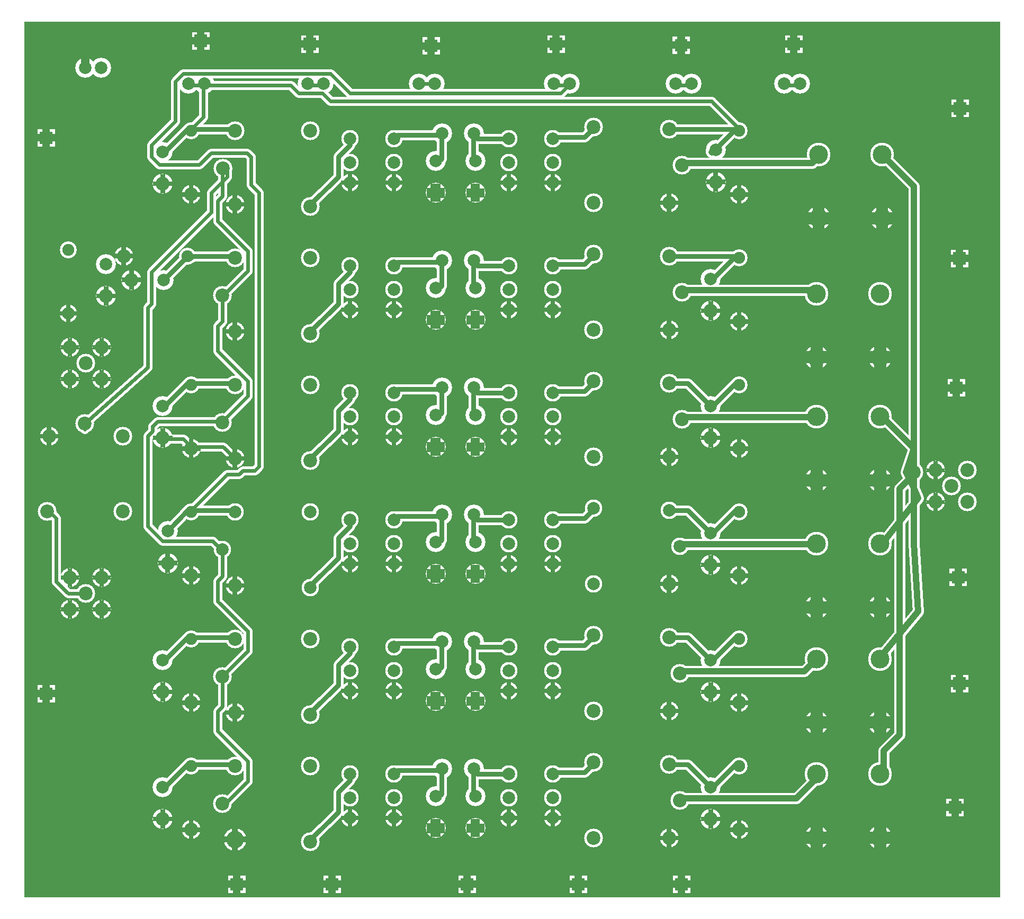
<source format=gbr>
%FSLAX34Y34*%
%MOMM*%
%LNCOPPER_BOTTOM*%
G71*
G01*
%ADD10C,3.200*%
%ADD11C,2.800*%
%ADD12C,2.700*%
%ADD13C,1.600*%
%ADD14C,3.000*%
%ADD15C,2.800*%
%ADD16C,2.800*%
%ADD17C,3.000*%
%ADD18C,3.000*%
%ADD19C,3.600*%
%ADD20C,1.400*%
%ADD21C,3.800*%
%ADD22C,1.800*%
%ADD23C,0.667*%
%ADD24C,1.607*%
%ADD25C,1.447*%
%ADD26C,1.340*%
%ADD27C,0.813*%
%ADD28C,1.193*%
%ADD29C,0.733*%
%ADD30C,0.933*%
%ADD31C,1.920*%
%ADD32C,2.000*%
%ADD33C,1.900*%
%ADD34C,0.800*%
%ADD35C,2.200*%
%ADD36C,2.000*%
%ADD37C,2.000*%
%ADD38C,4.300*%
%ADD39C,2.200*%
%ADD40C,2.200*%
%ADD41C,2.800*%
%ADD42C,0.600*%
%ADD43C,3.000*%
%ADD44C,1.000*%
%LPD*%
G36*
X-520000Y186000D02*
X1040000Y186000D01*
X1040000Y-1214000D01*
X-520000Y-1214000D01*
X-520000Y186000D01*
G37*
%LPC*%
X-257925Y86975D02*
G54D10*
D03*
X-232425Y86975D02*
G54D10*
D03*
X-67425Y86975D02*
G54D10*
D03*
X-41925Y86975D02*
G54D10*
D03*
X254700Y-1200D02*
G54D11*
D03*
X324550Y-1200D02*
G54D11*
D03*
X254700Y-71050D02*
G54D11*
D03*
X324550Y-71050D02*
G54D11*
D03*
X324550Y-39300D02*
G54D11*
D03*
X254700Y-39300D02*
G54D11*
D03*
X198591Y7571D02*
G54D10*
D03*
X147610Y7459D02*
G54D10*
D03*
X700Y-1200D02*
G54D11*
D03*
X70550Y-1200D02*
G54D11*
D03*
X700Y-71050D02*
G54D11*
D03*
X70550Y-71050D02*
G54D11*
D03*
X70550Y-39300D02*
G54D11*
D03*
X700Y-39300D02*
G54D11*
D03*
X137527Y-36527D02*
G54D10*
D03*
X137640Y-87508D02*
G54D10*
D03*
X201027Y-36527D02*
G54D10*
D03*
X201140Y-87508D02*
G54D10*
D03*
X-253300Y-90100D02*
G54D12*
D03*
X-253300Y11500D02*
G54D12*
D03*
G54D13*
X70550Y-1200D02*
X76900Y5150D01*
X146750Y5150D01*
X147610Y7459D01*
G54D13*
X137527Y-36527D02*
X140400Y-39300D01*
X146750Y-32950D01*
X146750Y5150D01*
X147610Y7459D01*
G54D13*
X201027Y-36527D02*
X203900Y-39300D01*
X197550Y-32950D01*
X197550Y5150D01*
X198591Y7571D01*
G54D13*
X198591Y7571D02*
X197550Y5150D01*
X203900Y-1200D01*
X254700Y-1200D01*
X110375Y86975D02*
G54D10*
D03*
X135875Y86975D02*
G54D10*
D03*
X326275Y86975D02*
G54D10*
D03*
X351775Y86975D02*
G54D10*
D03*
X521467Y87083D02*
G54D10*
D03*
X546967Y87083D02*
G54D10*
D03*
X-447000Y-334600D02*
G54D14*
D03*
X-396200Y-334600D02*
G54D14*
D03*
X-421600Y-360000D02*
G54D14*
D03*
X-396200Y-385400D02*
G54D14*
D03*
X-447000Y-385400D02*
G54D14*
D03*
X-447000Y-702900D02*
G54D14*
D03*
X-396200Y-702900D02*
G54D14*
D03*
X-421600Y-728300D02*
G54D14*
D03*
X-396200Y-753700D02*
G54D14*
D03*
X-447000Y-753700D02*
G54D14*
D03*
X700Y-71050D02*
G54D15*
D03*
X70550Y-71050D02*
G54D15*
D03*
X137639Y-87508D02*
G54D15*
D03*
X201140Y-87508D02*
G54D15*
D03*
X254700Y-71050D02*
G54D15*
D03*
X324550Y-71050D02*
G54D15*
D03*
X-447000Y-334600D02*
G54D15*
D03*
X-396200Y-334600D02*
G54D15*
D03*
X-447000Y-385400D02*
G54D15*
D03*
X-396200Y-385400D02*
G54D15*
D03*
X-447000Y-702900D02*
G54D16*
D03*
X-396200Y-702900D02*
G54D15*
D03*
X-447000Y-753700D02*
G54D15*
D03*
X-396200Y-753700D02*
G54D15*
D03*
X-450150Y-280600D02*
G54D12*
D03*
X-450150Y-179000D02*
G54D12*
D03*
X-389523Y-201627D02*
G54D10*
D03*
X-389410Y-252608D02*
G54D10*
D03*
X-423025Y112375D02*
G54D10*
D03*
X-397525Y112375D02*
G54D10*
D03*
X-450150Y-280600D02*
G54D15*
D03*
G36*
X-252000Y169500D02*
X-224000Y169500D01*
X-224000Y141500D01*
X-252000Y141500D01*
X-252000Y169500D01*
G37*
G36*
X-77600Y164500D02*
X-49600Y164500D01*
X-49600Y136500D01*
X-77600Y136500D01*
X-77600Y164500D01*
G37*
G36*
X116300Y161500D02*
X144300Y161500D01*
X144300Y133500D01*
X116300Y133500D01*
X116300Y161500D01*
G37*
G36*
X316100Y164500D02*
X344100Y164500D01*
X344100Y136500D01*
X316100Y136500D01*
X316100Y164500D01*
G37*
G36*
X516200Y162500D02*
X544200Y162500D01*
X544200Y134500D01*
X516200Y134500D01*
X516200Y162500D01*
G37*
X694575Y86975D02*
G54D10*
D03*
X720075Y86975D02*
G54D10*
D03*
G36*
X-471100Y14400D02*
X-471100Y-13600D01*
X-499100Y-13600D01*
X-499100Y14400D01*
X-471100Y14400D01*
G37*
G36*
X-471100Y-874600D02*
X-471100Y-902600D01*
X-499100Y-902600D01*
X-499100Y-874600D01*
X-471100Y-874600D01*
G37*
X-62800Y-109150D02*
G54D14*
D03*
X-183450Y-105976D02*
G54D14*
D03*
X-62800Y11500D02*
G54D14*
D03*
X-183450Y11500D02*
G54D14*
D03*
X-202912Y-48825D02*
G54D14*
D03*
X-298874Y-22055D02*
G54D10*
D03*
X-298762Y-73035D02*
G54D10*
D03*
X-298762Y-73035D02*
G54D14*
D03*
X390294Y17238D02*
G54D14*
D03*
X510944Y14064D02*
G54D14*
D03*
X390294Y-103412D02*
G54D14*
D03*
X510944Y-103412D02*
G54D14*
D03*
X531582Y-43087D02*
G54D14*
D03*
X623000Y-90100D02*
G54D12*
D03*
X623000Y11500D02*
G54D12*
D03*
X585426Y-19055D02*
G54D10*
D03*
X585538Y-70035D02*
G54D10*
D03*
X585538Y-70035D02*
G54D14*
D03*
X254700Y-204400D02*
G54D11*
D03*
X324550Y-204400D02*
G54D11*
D03*
X254700Y-274250D02*
G54D11*
D03*
X324550Y-274250D02*
G54D11*
D03*
X324550Y-242500D02*
G54D11*
D03*
X254700Y-242500D02*
G54D11*
D03*
X198591Y-195629D02*
G54D10*
D03*
X147610Y-195741D02*
G54D10*
D03*
X700Y-204400D02*
G54D11*
D03*
X70550Y-204400D02*
G54D11*
D03*
X700Y-274250D02*
G54D11*
D03*
X70550Y-274250D02*
G54D11*
D03*
X70550Y-242500D02*
G54D11*
D03*
X700Y-242500D02*
G54D11*
D03*
X137527Y-239727D02*
G54D10*
D03*
X137640Y-290708D02*
G54D10*
D03*
X201027Y-239727D02*
G54D10*
D03*
X201140Y-290708D02*
G54D10*
D03*
G54D13*
X70550Y-204400D02*
X76900Y-198050D01*
X146750Y-198050D01*
X147610Y-195741D01*
G54D13*
X137527Y-239727D02*
X140400Y-242500D01*
X146750Y-236150D01*
X146750Y-198050D01*
X147610Y-195741D01*
G54D13*
X201027Y-239727D02*
X203900Y-242500D01*
X197550Y-236150D01*
X197550Y-198050D01*
X198591Y-195629D01*
G54D13*
X198591Y-195629D02*
X197550Y-198050D01*
X203900Y-204400D01*
X254700Y-204400D01*
X700Y-274250D02*
G54D15*
D03*
X70550Y-274250D02*
G54D15*
D03*
X137639Y-290708D02*
G54D15*
D03*
X201140Y-290708D02*
G54D15*
D03*
X254700Y-274250D02*
G54D15*
D03*
X324550Y-274250D02*
G54D15*
D03*
X-62800Y-312350D02*
G54D14*
D03*
X-183450Y-309176D02*
G54D14*
D03*
X-62800Y-191700D02*
G54D14*
D03*
X-183450Y-191700D02*
G54D14*
D03*
X-203412Y-252025D02*
G54D14*
D03*
X-297750Y-226750D02*
G54D10*
D03*
X-348730Y-226862D02*
G54D10*
D03*
X390294Y-185962D02*
G54D14*
D03*
X510944Y-189136D02*
G54D14*
D03*
X390294Y-306612D02*
G54D14*
D03*
X510944Y-306612D02*
G54D14*
D03*
X531582Y-246287D02*
G54D14*
D03*
X623000Y-293300D02*
G54D12*
D03*
X623000Y-191700D02*
G54D12*
D03*
X577426Y-225255D02*
G54D10*
D03*
X577538Y-276235D02*
G54D10*
D03*
X577538Y-276235D02*
G54D14*
D03*
X254700Y-407600D02*
G54D11*
D03*
X324550Y-407600D02*
G54D11*
D03*
X254700Y-477450D02*
G54D11*
D03*
X324550Y-477450D02*
G54D11*
D03*
X324550Y-445700D02*
G54D11*
D03*
X254700Y-445700D02*
G54D11*
D03*
X198591Y-398829D02*
G54D10*
D03*
X147610Y-398941D02*
G54D10*
D03*
X700Y-407600D02*
G54D11*
D03*
X70550Y-407600D02*
G54D11*
D03*
X700Y-477450D02*
G54D11*
D03*
X70550Y-477450D02*
G54D11*
D03*
X70550Y-445700D02*
G54D11*
D03*
X700Y-445700D02*
G54D11*
D03*
X137527Y-442927D02*
G54D10*
D03*
X137640Y-493908D02*
G54D10*
D03*
X201027Y-442927D02*
G54D10*
D03*
X201140Y-493908D02*
G54D10*
D03*
X-253300Y-496500D02*
G54D12*
D03*
X-253300Y-394900D02*
G54D12*
D03*
G54D13*
X70550Y-407600D02*
X76900Y-401250D01*
X146750Y-401250D01*
X147610Y-398941D01*
G54D13*
X137527Y-442927D02*
X140400Y-445700D01*
X146750Y-439350D01*
X146750Y-401250D01*
X147610Y-398941D01*
G54D13*
X201027Y-442927D02*
X203900Y-445700D01*
X197550Y-439350D01*
X197550Y-401250D01*
X198591Y-398829D01*
G54D13*
X198591Y-398829D02*
X197550Y-401250D01*
X203900Y-407600D01*
X254700Y-407600D01*
X700Y-477450D02*
G54D15*
D03*
X70550Y-477450D02*
G54D15*
D03*
X137639Y-493908D02*
G54D15*
D03*
X201140Y-493908D02*
G54D15*
D03*
X254700Y-477450D02*
G54D15*
D03*
X324550Y-477450D02*
G54D15*
D03*
X-62800Y-515550D02*
G54D14*
D03*
X-183450Y-512376D02*
G54D14*
D03*
X-62800Y-394900D02*
G54D14*
D03*
X-183450Y-394900D02*
G54D14*
D03*
X-203412Y-455225D02*
G54D14*
D03*
X-298874Y-428455D02*
G54D10*
D03*
X-298762Y-479435D02*
G54D10*
D03*
X-298762Y-479435D02*
G54D14*
D03*
X390294Y-389162D02*
G54D14*
D03*
X510944Y-392336D02*
G54D14*
D03*
X390294Y-509812D02*
G54D14*
D03*
X510944Y-509812D02*
G54D14*
D03*
X531582Y-449487D02*
G54D14*
D03*
X623000Y-496500D02*
G54D12*
D03*
X623000Y-394900D02*
G54D12*
D03*
X577426Y-428455D02*
G54D10*
D03*
X577538Y-479435D02*
G54D10*
D03*
X577538Y-479435D02*
G54D14*
D03*
X254700Y-610800D02*
G54D11*
D03*
X324550Y-610800D02*
G54D11*
D03*
X254700Y-680650D02*
G54D11*
D03*
X324550Y-680650D02*
G54D11*
D03*
X324550Y-648900D02*
G54D11*
D03*
X254700Y-648900D02*
G54D11*
D03*
X198591Y-602029D02*
G54D10*
D03*
X147610Y-602141D02*
G54D10*
D03*
X700Y-610800D02*
G54D11*
D03*
X70550Y-610800D02*
G54D11*
D03*
X700Y-680650D02*
G54D11*
D03*
X70550Y-680650D02*
G54D11*
D03*
X70550Y-648900D02*
G54D11*
D03*
X700Y-648900D02*
G54D11*
D03*
X137527Y-646127D02*
G54D10*
D03*
X137640Y-697108D02*
G54D10*
D03*
X201027Y-646127D02*
G54D10*
D03*
X201140Y-697108D02*
G54D10*
D03*
X-253300Y-699700D02*
G54D12*
D03*
X-253300Y-598100D02*
G54D12*
D03*
G54D13*
X70550Y-610800D02*
X76900Y-604450D01*
X146750Y-604450D01*
X147610Y-602141D01*
G54D13*
X137527Y-646127D02*
X140400Y-648900D01*
X146750Y-642550D01*
X146750Y-604450D01*
X147610Y-602141D01*
G54D13*
X201027Y-646127D02*
X203900Y-648900D01*
X197550Y-642550D01*
X197550Y-604450D01*
X198591Y-602029D01*
G54D13*
X198591Y-602029D02*
X197550Y-604450D01*
X203900Y-610800D01*
X254700Y-610800D01*
X700Y-680650D02*
G54D15*
D03*
X70550Y-680650D02*
G54D15*
D03*
X137639Y-697108D02*
G54D15*
D03*
X201140Y-697108D02*
G54D15*
D03*
X254700Y-680650D02*
G54D15*
D03*
X324550Y-680650D02*
G54D15*
D03*
X-62800Y-718750D02*
G54D16*
D03*
X-183450Y-715576D02*
G54D16*
D03*
X-62800Y-598100D02*
G54D16*
D03*
X-183450Y-598100D02*
G54D16*
D03*
X-203412Y-658425D02*
G54D16*
D03*
X-290874Y-628655D02*
G54D10*
D03*
X-290762Y-679635D02*
G54D10*
D03*
X-290762Y-679635D02*
G54D14*
D03*
X390294Y-592362D02*
G54D16*
D03*
X510944Y-595536D02*
G54D16*
D03*
X390294Y-713012D02*
G54D16*
D03*
X510944Y-713012D02*
G54D16*
D03*
X528406Y-652687D02*
G54D16*
D03*
X623000Y-699700D02*
G54D12*
D03*
X623000Y-598100D02*
G54D12*
D03*
X577426Y-631655D02*
G54D10*
D03*
X577538Y-682635D02*
G54D10*
D03*
X577538Y-682635D02*
G54D14*
D03*
X254700Y-814000D02*
G54D11*
D03*
X324550Y-814000D02*
G54D11*
D03*
X254700Y-883850D02*
G54D11*
D03*
X324550Y-883850D02*
G54D11*
D03*
X324550Y-852100D02*
G54D11*
D03*
X254700Y-852100D02*
G54D11*
D03*
X198591Y-805229D02*
G54D10*
D03*
X147610Y-805341D02*
G54D10*
D03*
X700Y-814000D02*
G54D11*
D03*
X70550Y-814000D02*
G54D11*
D03*
X700Y-883850D02*
G54D11*
D03*
X70550Y-883850D02*
G54D11*
D03*
X70550Y-852100D02*
G54D11*
D03*
X700Y-852100D02*
G54D11*
D03*
X137527Y-849327D02*
G54D10*
D03*
X137640Y-900308D02*
G54D10*
D03*
X201027Y-849327D02*
G54D10*
D03*
X201140Y-900308D02*
G54D10*
D03*
X-253300Y-902900D02*
G54D12*
D03*
X-253300Y-801300D02*
G54D12*
D03*
G54D13*
X70550Y-814000D02*
X76900Y-807650D01*
X146750Y-807650D01*
X147610Y-805341D01*
G54D13*
X137527Y-849327D02*
X140400Y-852100D01*
X146750Y-845750D01*
X146750Y-807650D01*
X147610Y-805341D01*
G54D13*
X201027Y-849327D02*
X203900Y-852100D01*
X197550Y-845750D01*
X197550Y-807650D01*
X198591Y-805229D01*
G54D13*
X198591Y-805229D02*
X197550Y-807650D01*
X203900Y-814000D01*
X254700Y-814000D01*
X700Y-883850D02*
G54D15*
D03*
X70550Y-883850D02*
G54D15*
D03*
X137639Y-900308D02*
G54D15*
D03*
X201140Y-900308D02*
G54D15*
D03*
X254700Y-883850D02*
G54D15*
D03*
X324550Y-883850D02*
G54D15*
D03*
X-62800Y-921950D02*
G54D14*
D03*
X-183450Y-918776D02*
G54D14*
D03*
X-62800Y-801300D02*
G54D14*
D03*
X-183450Y-801300D02*
G54D14*
D03*
X-203412Y-861625D02*
G54D14*
D03*
X-298874Y-834854D02*
G54D10*
D03*
X-298762Y-885835D02*
G54D10*
D03*
X-298762Y-885835D02*
G54D14*
D03*
X390294Y-795562D02*
G54D14*
D03*
X510944Y-798736D02*
G54D14*
D03*
X390294Y-916212D02*
G54D14*
D03*
X510944Y-916212D02*
G54D14*
D03*
X528406Y-855887D02*
G54D14*
D03*
X623000Y-902900D02*
G54D12*
D03*
X623000Y-801300D02*
G54D12*
D03*
X577426Y-834854D02*
G54D10*
D03*
X577538Y-885835D02*
G54D10*
D03*
X577538Y-885835D02*
G54D14*
D03*
X254700Y-1017200D02*
G54D11*
D03*
X324550Y-1017200D02*
G54D11*
D03*
X254700Y-1087050D02*
G54D11*
D03*
X324550Y-1087050D02*
G54D11*
D03*
X324550Y-1055300D02*
G54D11*
D03*
X254700Y-1055300D02*
G54D11*
D03*
X198591Y-1008429D02*
G54D10*
D03*
X147610Y-1008541D02*
G54D10*
D03*
X700Y-1017200D02*
G54D11*
D03*
X70550Y-1017200D02*
G54D11*
D03*
X700Y-1087050D02*
G54D11*
D03*
X70550Y-1087050D02*
G54D11*
D03*
X70550Y-1055300D02*
G54D11*
D03*
X700Y-1055300D02*
G54D11*
D03*
X137527Y-1052527D02*
G54D10*
D03*
X137640Y-1103508D02*
G54D10*
D03*
X201027Y-1052527D02*
G54D10*
D03*
X201140Y-1103508D02*
G54D10*
D03*
X-253300Y-1106100D02*
G54D12*
D03*
X-253300Y-1004500D02*
G54D12*
D03*
G54D13*
X70550Y-1017200D02*
X76900Y-1010850D01*
X146750Y-1010850D01*
X147610Y-1008541D01*
G54D13*
X137527Y-1052527D02*
X140400Y-1055300D01*
X146750Y-1048950D01*
X146750Y-1010850D01*
X147610Y-1008541D01*
G54D13*
X201027Y-1052527D02*
X203900Y-1055300D01*
X197550Y-1048950D01*
X197550Y-1010850D01*
X198591Y-1008429D01*
G54D13*
X198591Y-1008429D02*
X197550Y-1010850D01*
X203900Y-1017200D01*
X254700Y-1017200D01*
X700Y-1087050D02*
G54D15*
D03*
X70550Y-1087050D02*
G54D15*
D03*
X137639Y-1103508D02*
G54D15*
D03*
X201140Y-1103508D02*
G54D15*
D03*
X254700Y-1087050D02*
G54D15*
D03*
X324550Y-1087050D02*
G54D15*
D03*
X-62800Y-1125150D02*
G54D14*
D03*
X-183450Y-1121976D02*
G54D14*
D03*
X-62800Y-1004500D02*
G54D14*
D03*
X-183450Y-1004500D02*
G54D14*
D03*
X-203412Y-1064825D02*
G54D14*
D03*
X-298874Y-1038054D02*
G54D10*
D03*
X-298762Y-1089035D02*
G54D10*
D03*
X-298762Y-1089035D02*
G54D14*
D03*
X390294Y-998762D02*
G54D14*
D03*
X510944Y-1001936D02*
G54D14*
D03*
X390294Y-1119412D02*
G54D14*
D03*
X510944Y-1119412D02*
G54D14*
D03*
X528406Y-1059087D02*
G54D14*
D03*
X623000Y-1106100D02*
G54D12*
D03*
X623000Y-1004500D02*
G54D12*
D03*
X577426Y-1038054D02*
G54D10*
D03*
X577538Y-1089035D02*
G54D10*
D03*
X577538Y-1089035D02*
G54D14*
D03*
X-253300Y-496500D02*
G54D14*
D03*
X-253300Y-699700D02*
G54D14*
D03*
X-253300Y-902900D02*
G54D14*
D03*
X623000Y-1106100D02*
G54D14*
D03*
X623000Y-902900D02*
G54D14*
D03*
X623000Y-699700D02*
G54D14*
D03*
X623000Y-496500D02*
G54D14*
D03*
X623000Y-293300D02*
G54D14*
D03*
X623000Y-90100D02*
G54D14*
D03*
X-483647Y-597409D02*
G54D14*
D03*
X-480473Y-476759D02*
G54D14*
D03*
X-362997Y-597409D02*
G54D14*
D03*
X-362997Y-476759D02*
G54D14*
D03*
X-423322Y-456646D02*
G54D14*
D03*
X-183450Y-105976D02*
G54D17*
D03*
X510944Y-103412D02*
G54D18*
D03*
X-183450Y-309176D02*
G54D18*
D03*
X510944Y-306612D02*
G54D14*
D03*
X-183450Y-512376D02*
G54D18*
D03*
X510944Y-509812D02*
G54D14*
D03*
X-183450Y-715576D02*
G54D14*
D03*
X510944Y-713012D02*
G54D14*
D03*
X-183450Y-918776D02*
G54D18*
D03*
X510944Y-916212D02*
G54D18*
D03*
X-183450Y-1121976D02*
G54D19*
D03*
X510944Y-1119412D02*
G54D14*
D03*
X-480473Y-476759D02*
G54D14*
D03*
G54D13*
X-298874Y-22055D02*
X-297750Y-23550D01*
X-259650Y14550D01*
X-253300Y14550D01*
X-253300Y11500D01*
G54D13*
X-183450Y11500D02*
X-183450Y14550D01*
X-253300Y14550D01*
X-253300Y11500D01*
G54D13*
X-62800Y-109150D02*
X-62800Y-106100D01*
X-18350Y-61650D01*
X-18350Y-29900D01*
X700Y-10850D01*
X700Y1850D01*
X700Y-1200D01*
G54D13*
X390294Y17238D02*
X388050Y14550D01*
X375350Y1850D01*
X324550Y1850D01*
X324550Y-1200D01*
G54D13*
X623000Y11500D02*
X623000Y14550D01*
X508700Y14550D01*
X510944Y14064D01*
G54D13*
X577426Y-22055D02*
X578550Y-23550D01*
X616650Y14550D01*
X623000Y14550D01*
X623000Y11500D01*
G54D13*
X-298874Y-225255D02*
X-297750Y-226750D01*
X-259650Y-188650D01*
X-253300Y-188650D01*
X-253300Y-191700D01*
G54D13*
X-62800Y-312350D02*
X-62800Y-309300D01*
X-18350Y-264850D01*
X-18350Y-233100D01*
X700Y-214050D01*
X700Y-201350D01*
X700Y-204400D01*
G54D13*
X390294Y-185962D02*
X388050Y-188650D01*
X375350Y-201350D01*
X324550Y-201350D01*
X324550Y-204400D01*
G54D13*
X623000Y-191700D02*
X623000Y-188650D01*
X508700Y-188650D01*
X510944Y-189136D01*
G54D13*
X577426Y-225255D02*
X578550Y-226750D01*
X616650Y-188650D01*
X623000Y-188650D01*
X623000Y-191700D01*
G54D13*
X-183450Y-191700D02*
X-183450Y-188650D01*
X-253300Y-188650D01*
X-253300Y-191700D01*
G54D13*
X-183450Y-394900D02*
X-183450Y-391850D01*
X-253300Y-391850D01*
X-253300Y-394900D01*
G54D13*
X-298874Y-428455D02*
X-297750Y-429950D01*
X-259650Y-391850D01*
X-253300Y-391850D01*
X-253300Y-394900D01*
G54D13*
X-62800Y-515550D02*
X-62800Y-512500D01*
X-18350Y-468050D01*
X-18350Y-436300D01*
X700Y-417250D01*
X700Y-404550D01*
X700Y-407600D01*
G54D13*
X390294Y-389162D02*
X388050Y-391850D01*
X375350Y-404550D01*
X324550Y-404550D01*
X324550Y-407600D01*
G54D13*
X577426Y-428455D02*
X578550Y-429950D01*
X540450Y-391850D01*
X508700Y-391850D01*
X510944Y-392336D01*
G54D13*
X577426Y-428455D02*
X578550Y-429950D01*
X616650Y-391850D01*
X623000Y-391850D01*
X623000Y-394900D01*
G54D13*
X-290874Y-628655D02*
X-259650Y-595050D01*
X-253300Y-595050D01*
X-253300Y-598100D01*
G54D13*
X-183450Y-598100D02*
X-183450Y-595050D01*
X-253300Y-595050D01*
X-253300Y-598100D01*
G54D13*
X-62800Y-718750D02*
X-62800Y-715700D01*
X-18350Y-671250D01*
X-18350Y-639500D01*
X700Y-620450D01*
X700Y-607750D01*
X700Y-610800D01*
G54D13*
X390294Y-592362D02*
X388050Y-595050D01*
X375350Y-607750D01*
X324550Y-607750D01*
X324550Y-610800D01*
G54D13*
X577426Y-631655D02*
X578550Y-633150D01*
X540450Y-595050D01*
X508700Y-595050D01*
X510944Y-595536D01*
G54D13*
X-298874Y-834855D02*
X-297750Y-836350D01*
X-259650Y-798250D01*
X-253300Y-798250D01*
X-253300Y-801300D01*
G54D13*
X-183450Y-801300D02*
X-183450Y-798250D01*
X-253300Y-798250D01*
X-253300Y-801300D01*
G54D13*
X-62800Y-921950D02*
X-62800Y-918900D01*
X-18350Y-874450D01*
X-18350Y-842700D01*
X700Y-823650D01*
X700Y-810950D01*
X700Y-814000D01*
G54D13*
X390294Y-795562D02*
X388050Y-798250D01*
X375350Y-810950D01*
X324550Y-810950D01*
X324550Y-814000D01*
G54D13*
X577426Y-834855D02*
X578550Y-836350D01*
X540450Y-798250D01*
X508700Y-798250D01*
X510944Y-798736D01*
G54D13*
X577426Y-834855D02*
X578550Y-836350D01*
X616650Y-798250D01*
X623000Y-798250D01*
X623000Y-801300D01*
G54D13*
X-298874Y-1038055D02*
X-297750Y-1039550D01*
X-259650Y-1001450D01*
X-253300Y-1001450D01*
X-253300Y-1004500D01*
G54D13*
X-183450Y-1004500D02*
X-183450Y-1001450D01*
X-253300Y-1001450D01*
X-253300Y-1004500D01*
G54D13*
X-62800Y-1125150D02*
X-62800Y-1122100D01*
X-18350Y-1077650D01*
X-18350Y-1045900D01*
X700Y-1026850D01*
X700Y-1014150D01*
X700Y-1017200D01*
G54D13*
X390294Y-998762D02*
X388050Y-1001450D01*
X375350Y-1014150D01*
X324550Y-1014150D01*
X324550Y-1017200D01*
G54D13*
X577426Y-1038055D02*
X578550Y-1039550D01*
X540450Y-1001450D01*
X508700Y-1001450D01*
X510944Y-1001936D01*
G54D13*
X577426Y-1038055D02*
X578550Y-1039550D01*
X616650Y-1001450D01*
X623000Y-1001450D01*
X623000Y-1004500D01*
G54D13*
X577426Y-631655D02*
X578550Y-633150D01*
X616650Y-595050D01*
X623000Y-595050D01*
X623000Y-598100D01*
G54D20*
X-253300Y11500D02*
X-253300Y14550D01*
X-234250Y33600D01*
X-234250Y84400D01*
X-232425Y86975D01*
G54D20*
X623000Y11500D02*
X623000Y14550D01*
X578550Y59000D01*
X-31050Y59000D01*
X-43750Y71700D01*
X-81850Y71700D01*
X-94550Y84400D01*
X-234250Y84400D01*
X-232425Y86975D01*
G54D20*
X-253300Y-598100D02*
X-253300Y-595050D01*
X-196150Y-537900D01*
X-177100Y-537900D01*
X-170750Y-531550D01*
X-151700Y-531550D01*
X-145350Y-525200D01*
X-145350Y-87050D01*
X-158050Y-74350D01*
X-158050Y-29900D01*
X-164400Y-23550D01*
X-221550Y-23550D01*
X-240600Y-42600D01*
X-304100Y-42600D01*
X-316800Y-29900D01*
X-316800Y-10850D01*
X-278700Y27250D01*
X-278700Y90750D01*
X-266000Y103450D01*
X-31050Y103450D01*
X700Y71700D01*
X337250Y71700D01*
X349950Y84400D01*
X351775Y86975D01*
G54D20*
X-423322Y-465646D02*
X-423322Y-456646D01*
X-323150Y-366450D01*
X-323150Y-271200D01*
X-316800Y-264850D01*
X-316800Y-214050D01*
X-221550Y-118800D01*
X-221550Y-87050D01*
X-196150Y-61650D01*
X-196150Y-48950D01*
X-194562Y-48825D01*
G54D20*
X-483647Y-597409D02*
X-481900Y-595050D01*
X-469200Y-607750D01*
X-469200Y-709350D01*
X-450150Y-728400D01*
X-424750Y-728400D01*
X-421600Y-728300D01*
G36*
X-194300Y-1179400D02*
X-166300Y-1179400D01*
X-166300Y-1207400D01*
X-194300Y-1207400D01*
X-194300Y-1179400D01*
G37*
G36*
X-41900Y-1179400D02*
X-13900Y-1179400D01*
X-13900Y-1207400D01*
X-41900Y-1207400D01*
X-41900Y-1179400D01*
G37*
G36*
X174000Y-1179400D02*
X202000Y-1179400D01*
X202000Y-1207400D01*
X174000Y-1207400D01*
X174000Y-1179400D01*
G37*
G36*
X351800Y-1179400D02*
X379800Y-1179400D01*
X379800Y-1207400D01*
X351800Y-1207400D01*
X351800Y-1179400D01*
G37*
G36*
X516900Y-1179400D02*
X544900Y-1179400D01*
X544900Y-1207400D01*
X516900Y-1207400D01*
X516900Y-1179400D01*
G37*
X-253300Y-90100D02*
G54D14*
D03*
X-348730Y-226862D02*
G54D14*
D03*
X-298762Y-73035D02*
G54D14*
D03*
X-253300Y-90100D02*
G54D14*
D03*
G54D20*
X-253300Y-496500D02*
X-253300Y-493450D01*
X-266000Y-480750D01*
X-297750Y-480750D01*
X-298762Y-479435D01*
G54D20*
X-183450Y-512376D02*
X-183450Y-512500D01*
X-202500Y-493450D01*
X-253300Y-493450D01*
X-253300Y-496500D01*
X-389410Y-252608D02*
G54D14*
D03*
X-253300Y-1106100D02*
G54D14*
D03*
X623000Y-1106100D02*
G54D14*
D03*
X577538Y-1089035D02*
G54D14*
D03*
X-361250Y-188650D02*
G54D12*
D03*
X-259650Y-188650D02*
G54D12*
D03*
X-361250Y-188650D02*
G54D14*
D03*
G54D20*
X-232425Y86975D02*
X-234250Y84400D01*
X-259650Y84400D01*
X-257925Y86975D01*
G54D20*
X-41925Y86975D02*
X-43750Y84400D01*
X-69150Y84400D01*
X-67425Y86975D01*
G54D20*
X351775Y86975D02*
X349950Y84400D01*
X324550Y84400D01*
X326275Y86975D01*
G54D20*
X546967Y87083D02*
X546800Y84400D01*
X521400Y84400D01*
X521467Y87083D01*
G54D20*
X720075Y86975D02*
X718250Y84400D01*
X692850Y84400D01*
X694575Y86975D01*
X750000Y-26600D02*
G54D21*
D03*
X851600Y-26600D02*
G54D14*
D03*
X851600Y-26600D02*
G54D21*
D03*
X750000Y-26600D02*
G54D21*
D03*
X750000Y-128200D02*
G54D14*
D03*
X750000Y-128200D02*
G54D21*
D03*
X851600Y-26600D02*
G54D21*
D03*
X851600Y-128200D02*
G54D14*
D03*
X851600Y-128200D02*
G54D21*
D03*
X746825Y-248850D02*
G54D21*
D03*
X848425Y-248850D02*
G54D14*
D03*
X848425Y-248850D02*
G54D21*
D03*
X746825Y-248850D02*
G54D21*
D03*
X746825Y-350450D02*
G54D14*
D03*
X746825Y-350450D02*
G54D21*
D03*
X848425Y-248850D02*
G54D21*
D03*
X848425Y-350450D02*
G54D14*
D03*
X848425Y-350450D02*
G54D21*
D03*
X746825Y-445700D02*
G54D21*
D03*
X848425Y-445700D02*
G54D14*
D03*
X848425Y-445700D02*
G54D21*
D03*
X746825Y-445700D02*
G54D21*
D03*
X746825Y-547300D02*
G54D14*
D03*
X746825Y-547300D02*
G54D21*
D03*
X848425Y-445700D02*
G54D21*
D03*
X848425Y-547300D02*
G54D14*
D03*
X848425Y-547300D02*
G54D21*
D03*
X746825Y-648900D02*
G54D21*
D03*
X848425Y-648900D02*
G54D14*
D03*
X848425Y-648900D02*
G54D21*
D03*
X746825Y-648900D02*
G54D21*
D03*
X746825Y-750500D02*
G54D14*
D03*
X746825Y-750500D02*
G54D21*
D03*
X848425Y-648900D02*
G54D21*
D03*
X848425Y-750500D02*
G54D14*
D03*
X848425Y-750500D02*
G54D21*
D03*
X746825Y-833050D02*
G54D21*
D03*
X848425Y-833050D02*
G54D14*
D03*
X848425Y-833050D02*
G54D21*
D03*
X746825Y-833050D02*
G54D21*
D03*
X746825Y-934650D02*
G54D14*
D03*
X746825Y-934650D02*
G54D21*
D03*
X848425Y-833050D02*
G54D21*
D03*
X848425Y-934650D02*
G54D14*
D03*
X848425Y-934650D02*
G54D21*
D03*
X746825Y-1017200D02*
G54D21*
D03*
X848425Y-1017200D02*
G54D14*
D03*
X848425Y-1017200D02*
G54D21*
D03*
X746825Y-1017200D02*
G54D21*
D03*
X746825Y-1118800D02*
G54D14*
D03*
X746825Y-1118800D02*
G54D21*
D03*
X848425Y-1017200D02*
G54D21*
D03*
X848425Y-1118800D02*
G54D14*
D03*
X848425Y-1118800D02*
G54D21*
D03*
X750000Y-128200D02*
G54D21*
D03*
X851600Y-128200D02*
G54D21*
D03*
X746825Y-350450D02*
G54D21*
D03*
X848425Y-350450D02*
G54D21*
D03*
X746825Y-547300D02*
G54D21*
D03*
X848425Y-547300D02*
G54D21*
D03*
X746825Y-750500D02*
G54D21*
D03*
X848425Y-750500D02*
G54D21*
D03*
X746825Y-934650D02*
G54D21*
D03*
X848425Y-934650D02*
G54D21*
D03*
X746825Y-1118800D02*
G54D21*
D03*
X848425Y-1118800D02*
G54D21*
D03*
G54D22*
X851600Y-26600D02*
X902400Y-77400D01*
X902400Y-509200D01*
X896050Y-547300D01*
X902400Y-560000D01*
G54D22*
X848425Y-445700D02*
X851600Y-445700D01*
X902400Y-496500D01*
X889700Y-534600D01*
X902400Y-560000D01*
X902400Y-610800D01*
G54D22*
X848425Y-648900D02*
X851600Y-648900D01*
X908750Y-576000D01*
X902400Y-560000D01*
X902400Y-509200D01*
G54D22*
X848425Y-833050D02*
X851600Y-826700D01*
X908750Y-756850D01*
X902400Y-648900D01*
X902400Y-521900D01*
X937300Y-531450D02*
G54D14*
D03*
X988100Y-531450D02*
G54D14*
D03*
X962700Y-556850D02*
G54D14*
D03*
X988100Y-582250D02*
G54D14*
D03*
X937300Y-582250D02*
G54D14*
D03*
X937300Y-531450D02*
G54D16*
D03*
X937300Y-582250D02*
G54D15*
D03*
X902400Y-534600D02*
G54D14*
D03*
G54D22*
X750000Y-26600D02*
X752244Y-27212D01*
X739544Y-39912D01*
X536344Y-39912D01*
X531582Y-43087D01*
G54D22*
X746825Y-248850D02*
X752244Y-243112D01*
X536344Y-243112D01*
X531582Y-246287D01*
G54D22*
X746825Y-445700D02*
X752244Y-446312D01*
X536344Y-446312D01*
X531582Y-449487D01*
G54D22*
X746825Y-648900D02*
X752244Y-649512D01*
X523644Y-649512D01*
X528406Y-652687D01*
G54D22*
X746825Y-833050D02*
X752244Y-827312D01*
X726844Y-852712D01*
X523644Y-852712D01*
X528406Y-855887D01*
G54D22*
X746825Y-1017200D02*
X752244Y-1017812D01*
X714144Y-1055912D01*
X523644Y-1055912D01*
X528406Y-1059087D01*
G54D22*
X902400Y-534600D02*
X904644Y-535212D01*
X879244Y-560612D01*
X879244Y-954312D01*
X853844Y-979712D01*
X853844Y-1017812D01*
X848425Y-1017200D01*
G54D20*
X110375Y86975D02*
X135875Y86975D01*
G54D20*
X-203412Y-252025D02*
X-202997Y-252759D01*
X-162997Y-212759D01*
X-162997Y-180759D01*
X-210997Y-132759D01*
X-210997Y-100759D01*
X-202997Y-92759D01*
X-202997Y-52759D01*
X-202912Y-48825D01*
G54D20*
X-203412Y-455225D02*
X-202997Y-452759D01*
X-162997Y-412759D01*
X-162997Y-388759D01*
X-210997Y-340759D01*
X-210997Y-300759D01*
X-202997Y-292759D01*
X-202997Y-252759D01*
X-203412Y-252025D01*
G54D20*
X-203412Y-658425D02*
X-202997Y-660759D01*
X-218997Y-644759D01*
X-298997Y-644759D01*
X-322997Y-620759D01*
X-322997Y-476759D01*
X-314997Y-468759D01*
X-314997Y-460759D01*
X-306997Y-452759D01*
X-202997Y-452759D01*
X-203412Y-455225D01*
G54D20*
X-203412Y-861625D02*
X-202997Y-860759D01*
X-162997Y-820759D01*
X-162997Y-788759D01*
X-210997Y-740759D01*
X-210997Y-708759D01*
X-202997Y-700759D01*
X-202997Y-660759D01*
X-203412Y-658425D01*
G54D20*
X-203412Y-1064825D02*
X-202997Y-1068759D01*
X-162997Y-1028759D01*
X-162997Y-996759D01*
X-210997Y-948759D01*
X-210997Y-916759D01*
X-202997Y-908759D01*
X-202997Y-860759D01*
X-203412Y-861625D01*
G36*
X696200Y164500D02*
X724200Y164500D01*
X724200Y136500D01*
X696200Y136500D01*
X696200Y164500D01*
G37*
G36*
X962200Y61500D02*
X990200Y61500D01*
X990200Y33500D01*
X962200Y33500D01*
X962200Y61500D01*
G37*
G36*
X961200Y-178500D02*
X989200Y-178500D01*
X989200Y-206500D01*
X961200Y-206500D01*
X961200Y-178500D01*
G37*
G36*
X956200Y-385500D02*
X984200Y-385500D01*
X984200Y-413500D01*
X956200Y-413500D01*
X956200Y-385500D01*
G37*
G36*
X959200Y-688500D02*
X987200Y-688500D01*
X987200Y-716500D01*
X959200Y-716500D01*
X959200Y-688500D01*
G37*
G36*
X961200Y-858500D02*
X989200Y-858500D01*
X989200Y-886500D01*
X961200Y-886500D01*
X961200Y-858500D01*
G37*
G36*
X954200Y-1056500D02*
X982200Y-1056500D01*
X982200Y-1084500D01*
X954200Y-1084500D01*
X954200Y-1056500D01*
G37*
%LPD*%
G54D23*
G36*
X-2633Y-71050D02*
X-2633Y-56550D01*
X4033Y-56550D01*
X4033Y-71050D01*
X-2633Y-71050D01*
G37*
G36*
X700Y-67717D02*
X15200Y-67717D01*
X15200Y-74383D01*
X700Y-74383D01*
X700Y-67717D01*
G37*
G36*
X4033Y-71050D02*
X4033Y-85550D01*
X-2633Y-85550D01*
X-2633Y-71050D01*
X4033Y-71050D01*
G37*
G36*
X700Y-74383D02*
X-13800Y-74383D01*
X-13800Y-67717D01*
X700Y-67717D01*
X700Y-74383D01*
G37*
G54D23*
G36*
X67217Y-71050D02*
X67217Y-56550D01*
X73883Y-56550D01*
X73883Y-71050D01*
X67217Y-71050D01*
G37*
G36*
X70550Y-67717D02*
X85050Y-67717D01*
X85050Y-74383D01*
X70550Y-74383D01*
X70550Y-67717D01*
G37*
G36*
X73883Y-71050D02*
X73883Y-85550D01*
X67217Y-85550D01*
X67217Y-71050D01*
X73883Y-71050D01*
G37*
G36*
X70550Y-74383D02*
X56050Y-74383D01*
X56050Y-67717D01*
X70550Y-67717D01*
X70550Y-74383D01*
G37*
G54D24*
G36*
X129606Y-87508D02*
X129606Y-73008D01*
X145672Y-73008D01*
X145672Y-87508D01*
X129606Y-87508D01*
G37*
G36*
X137639Y-79475D02*
X152139Y-79475D01*
X152139Y-95541D01*
X137639Y-95541D01*
X137639Y-79475D01*
G37*
G36*
X145672Y-87508D02*
X145672Y-102008D01*
X129606Y-102008D01*
X129606Y-87508D01*
X145672Y-87508D01*
G37*
G36*
X137639Y-95541D02*
X123139Y-95541D01*
X123139Y-79475D01*
X137639Y-79475D01*
X137639Y-95541D01*
G37*
G54D25*
G36*
X193907Y-87508D02*
X193907Y-73008D01*
X208373Y-73008D01*
X208373Y-87508D01*
X193907Y-87508D01*
G37*
G36*
X201140Y-80275D02*
X215640Y-80275D01*
X215640Y-94741D01*
X201140Y-94741D01*
X201140Y-80275D01*
G37*
G36*
X208373Y-87508D02*
X208373Y-102008D01*
X193907Y-102008D01*
X193907Y-87508D01*
X208373Y-87508D01*
G37*
G36*
X201140Y-94741D02*
X186640Y-94741D01*
X186640Y-80275D01*
X201140Y-80275D01*
X201140Y-94741D01*
G37*
G54D23*
G36*
X251367Y-71050D02*
X251367Y-56550D01*
X258033Y-56550D01*
X258033Y-71050D01*
X251367Y-71050D01*
G37*
G36*
X254700Y-67717D02*
X269200Y-67717D01*
X269200Y-74383D01*
X254700Y-74383D01*
X254700Y-67717D01*
G37*
G36*
X258033Y-71050D02*
X258033Y-85550D01*
X251367Y-85550D01*
X251367Y-71050D01*
X258033Y-71050D01*
G37*
G36*
X254700Y-74383D02*
X240200Y-74383D01*
X240200Y-67717D01*
X254700Y-67717D01*
X254700Y-74383D01*
G37*
G54D23*
G36*
X321217Y-71050D02*
X321217Y-56550D01*
X327883Y-56550D01*
X327883Y-71050D01*
X321217Y-71050D01*
G37*
G36*
X324550Y-67717D02*
X339050Y-67717D01*
X339050Y-74383D01*
X324550Y-74383D01*
X324550Y-67717D01*
G37*
G36*
X327883Y-71050D02*
X327883Y-85550D01*
X321217Y-85550D01*
X321217Y-71050D01*
X327883Y-71050D01*
G37*
G36*
X324550Y-74383D02*
X310050Y-74383D01*
X310050Y-67717D01*
X324550Y-67717D01*
X324550Y-74383D01*
G37*
G54D23*
G36*
X-450333Y-334600D02*
X-450333Y-320100D01*
X-443667Y-320100D01*
X-443667Y-334600D01*
X-450333Y-334600D01*
G37*
G36*
X-447000Y-331267D02*
X-432500Y-331267D01*
X-432500Y-337933D01*
X-447000Y-337933D01*
X-447000Y-331267D01*
G37*
G36*
X-443667Y-334600D02*
X-443667Y-349100D01*
X-450333Y-349100D01*
X-450333Y-334600D01*
X-443667Y-334600D01*
G37*
G36*
X-447000Y-337933D02*
X-461500Y-337933D01*
X-461500Y-331267D01*
X-447000Y-331267D01*
X-447000Y-337933D01*
G37*
G54D23*
G36*
X-399533Y-334600D02*
X-399533Y-320100D01*
X-392867Y-320100D01*
X-392867Y-334600D01*
X-399533Y-334600D01*
G37*
G36*
X-396200Y-331267D02*
X-381700Y-331267D01*
X-381700Y-337933D01*
X-396200Y-337933D01*
X-396200Y-331267D01*
G37*
G36*
X-392867Y-334600D02*
X-392867Y-349100D01*
X-399533Y-349100D01*
X-399533Y-334600D01*
X-392867Y-334600D01*
G37*
G36*
X-396200Y-337933D02*
X-410700Y-337933D01*
X-410700Y-331267D01*
X-396200Y-331267D01*
X-396200Y-337933D01*
G37*
G54D23*
G36*
X-450333Y-385400D02*
X-450333Y-370900D01*
X-443667Y-370900D01*
X-443667Y-385400D01*
X-450333Y-385400D01*
G37*
G36*
X-447000Y-382067D02*
X-432500Y-382067D01*
X-432500Y-388733D01*
X-447000Y-388733D01*
X-447000Y-382067D01*
G37*
G36*
X-443667Y-385400D02*
X-443667Y-399900D01*
X-450333Y-399900D01*
X-450333Y-385400D01*
X-443667Y-385400D01*
G37*
G36*
X-447000Y-388733D02*
X-461500Y-388733D01*
X-461500Y-382067D01*
X-447000Y-382067D01*
X-447000Y-388733D01*
G37*
G54D23*
G36*
X-399533Y-385400D02*
X-399533Y-370900D01*
X-392867Y-370900D01*
X-392867Y-385400D01*
X-399533Y-385400D01*
G37*
G36*
X-396200Y-382067D02*
X-381700Y-382067D01*
X-381700Y-388733D01*
X-396200Y-388733D01*
X-396200Y-382067D01*
G37*
G36*
X-392867Y-385400D02*
X-392867Y-399900D01*
X-399533Y-399900D01*
X-399533Y-385400D01*
X-392867Y-385400D01*
G37*
G36*
X-396200Y-388733D02*
X-410700Y-388733D01*
X-410700Y-382067D01*
X-396200Y-382067D01*
X-396200Y-388733D01*
G37*
G54D23*
G36*
X-450333Y-702900D02*
X-450333Y-688400D01*
X-443667Y-688400D01*
X-443667Y-702900D01*
X-450333Y-702900D01*
G37*
G36*
X-447000Y-699567D02*
X-432500Y-699567D01*
X-432500Y-706233D01*
X-447000Y-706233D01*
X-447000Y-699567D01*
G37*
G36*
X-443667Y-702900D02*
X-443667Y-717400D01*
X-450333Y-717400D01*
X-450333Y-702900D01*
X-443667Y-702900D01*
G37*
G36*
X-447000Y-706233D02*
X-461500Y-706233D01*
X-461500Y-699567D01*
X-447000Y-699567D01*
X-447000Y-706233D01*
G37*
G54D23*
G36*
X-399533Y-702900D02*
X-399533Y-688400D01*
X-392867Y-688400D01*
X-392867Y-702900D01*
X-399533Y-702900D01*
G37*
G36*
X-396200Y-699567D02*
X-381700Y-699567D01*
X-381700Y-706233D01*
X-396200Y-706233D01*
X-396200Y-699567D01*
G37*
G36*
X-392867Y-702900D02*
X-392867Y-717400D01*
X-399533Y-717400D01*
X-399533Y-702900D01*
X-392867Y-702900D01*
G37*
G36*
X-396200Y-706233D02*
X-410700Y-706233D01*
X-410700Y-699567D01*
X-396200Y-699567D01*
X-396200Y-706233D01*
G37*
G54D23*
G36*
X-450333Y-753700D02*
X-450333Y-739200D01*
X-443667Y-739200D01*
X-443667Y-753700D01*
X-450333Y-753700D01*
G37*
G36*
X-447000Y-750367D02*
X-432500Y-750367D01*
X-432500Y-757033D01*
X-447000Y-757033D01*
X-447000Y-750367D01*
G37*
G36*
X-443667Y-753700D02*
X-443667Y-768200D01*
X-450333Y-768200D01*
X-450333Y-753700D01*
X-443667Y-753700D01*
G37*
G36*
X-447000Y-757033D02*
X-461500Y-757033D01*
X-461500Y-750367D01*
X-447000Y-750367D01*
X-447000Y-757033D01*
G37*
G54D23*
G36*
X-399533Y-753700D02*
X-399533Y-739200D01*
X-392867Y-739200D01*
X-392867Y-753700D01*
X-399533Y-753700D01*
G37*
G36*
X-396200Y-750367D02*
X-381700Y-750367D01*
X-381700Y-757033D01*
X-396200Y-757033D01*
X-396200Y-750367D01*
G37*
G36*
X-392867Y-753700D02*
X-392867Y-768200D01*
X-399533Y-768200D01*
X-399533Y-753700D01*
X-392867Y-753700D01*
G37*
G36*
X-396200Y-757033D02*
X-410700Y-757033D01*
X-410700Y-750367D01*
X-396200Y-750367D01*
X-396200Y-757033D01*
G37*
G54D26*
G36*
X-429725Y112375D02*
X-429725Y128875D01*
X-416325Y128875D01*
X-416325Y112375D01*
X-429725Y112375D01*
G37*
G54D27*
G54D23*
G36*
X-453483Y-280600D02*
X-453483Y-266100D01*
X-446817Y-266100D01*
X-446817Y-280600D01*
X-453483Y-280600D01*
G37*
G36*
X-450150Y-277267D02*
X-435650Y-277267D01*
X-435650Y-283933D01*
X-450150Y-283933D01*
X-450150Y-277267D01*
G37*
G36*
X-446817Y-280600D02*
X-446817Y-295100D01*
X-453483Y-295100D01*
X-453483Y-280600D01*
X-446817Y-280600D01*
G37*
G36*
X-450150Y-283933D02*
X-464650Y-283933D01*
X-464650Y-277267D01*
X-450150Y-277267D01*
X-450150Y-283933D01*
G37*
G54D28*
G36*
X-243967Y155500D02*
X-243967Y170000D01*
X-232033Y170000D01*
X-232033Y155500D01*
X-243967Y155500D01*
G37*
G36*
X-238000Y161467D02*
X-223500Y161467D01*
X-223500Y149533D01*
X-238000Y149533D01*
X-238000Y161467D01*
G37*
G36*
X-232033Y155500D02*
X-232033Y141000D01*
X-243967Y141000D01*
X-243967Y155500D01*
X-232033Y155500D01*
G37*
G36*
X-238000Y149533D02*
X-252500Y149533D01*
X-252500Y161467D01*
X-238000Y161467D01*
X-238000Y149533D01*
G37*
G54D28*
G36*
X-69567Y150500D02*
X-69567Y165000D01*
X-57633Y165000D01*
X-57633Y150500D01*
X-69567Y150500D01*
G37*
G36*
X-63600Y156467D02*
X-49100Y156467D01*
X-49100Y144533D01*
X-63600Y144533D01*
X-63600Y156467D01*
G37*
G36*
X-57633Y150500D02*
X-57633Y136000D01*
X-69567Y136000D01*
X-69567Y150500D01*
X-57633Y150500D01*
G37*
G36*
X-63600Y144533D02*
X-78100Y144533D01*
X-78100Y156467D01*
X-63600Y156467D01*
X-63600Y144533D01*
G37*
G54D28*
G36*
X124333Y147500D02*
X124333Y162000D01*
X136267Y162000D01*
X136267Y147500D01*
X124333Y147500D01*
G37*
G36*
X130300Y153467D02*
X144800Y153467D01*
X144800Y141533D01*
X130300Y141533D01*
X130300Y153467D01*
G37*
G36*
X136267Y147500D02*
X136267Y133000D01*
X124333Y133000D01*
X124333Y147500D01*
X136267Y147500D01*
G37*
G36*
X130300Y141533D02*
X115800Y141533D01*
X115800Y153467D01*
X130300Y153467D01*
X130300Y141533D01*
G37*
G54D28*
G36*
X324133Y150500D02*
X324133Y165000D01*
X336067Y165000D01*
X336067Y150500D01*
X324133Y150500D01*
G37*
G36*
X330100Y156467D02*
X344600Y156467D01*
X344600Y144533D01*
X330100Y144533D01*
X330100Y156467D01*
G37*
G36*
X336067Y150500D02*
X336067Y136000D01*
X324133Y136000D01*
X324133Y150500D01*
X336067Y150500D01*
G37*
G36*
X330100Y144533D02*
X315600Y144533D01*
X315600Y156467D01*
X330100Y156467D01*
X330100Y144533D01*
G37*
G54D28*
G36*
X524233Y148500D02*
X524233Y163000D01*
X536167Y163000D01*
X536167Y148500D01*
X524233Y148500D01*
G37*
G36*
X530200Y154467D02*
X544700Y154467D01*
X544700Y142533D01*
X530200Y142533D01*
X530200Y154467D01*
G37*
G36*
X536167Y148500D02*
X536167Y134000D01*
X524233Y134000D01*
X524233Y148500D01*
X536167Y148500D01*
G37*
G36*
X530200Y142533D02*
X515700Y142533D01*
X515700Y154467D01*
X530200Y154467D01*
X530200Y142533D01*
G37*
G54D27*
G54D28*
G36*
X-485100Y6367D02*
X-470600Y6367D01*
X-470600Y-5567D01*
X-485100Y-5567D01*
X-485100Y6367D01*
G37*
G36*
X-479133Y400D02*
X-479133Y-14100D01*
X-491067Y-14100D01*
X-491067Y400D01*
X-479133Y400D01*
G37*
G36*
X-485100Y-5567D02*
X-499600Y-5567D01*
X-499600Y6367D01*
X-485100Y6367D01*
X-485100Y-5567D01*
G37*
G36*
X-491067Y400D02*
X-491067Y14900D01*
X-479133Y14900D01*
X-479133Y400D01*
X-491067Y400D01*
G37*
G54D28*
G36*
X-485100Y-882633D02*
X-470600Y-882633D01*
X-470600Y-894567D01*
X-485100Y-894567D01*
X-485100Y-882633D01*
G37*
G36*
X-479133Y-888600D02*
X-479133Y-903100D01*
X-491067Y-903100D01*
X-491067Y-888600D01*
X-479133Y-888600D01*
G37*
G36*
X-485100Y-894567D02*
X-499600Y-894567D01*
X-499600Y-882633D01*
X-485100Y-882633D01*
X-485100Y-894567D01*
G37*
G36*
X-491067Y-888600D02*
X-491067Y-874100D01*
X-479133Y-874100D01*
X-479133Y-888600D01*
X-491067Y-888600D01*
G37*
G54D29*
G36*
X-295095Y-73035D02*
X-295095Y-88535D01*
X-302428Y-88535D01*
X-302428Y-73035D01*
X-295095Y-73035D01*
G37*
G36*
X-298762Y-76702D02*
X-314262Y-76702D01*
X-314262Y-69368D01*
X-298762Y-69368D01*
X-298762Y-76702D01*
G37*
G36*
X-302428Y-73035D02*
X-302428Y-57535D01*
X-295095Y-57535D01*
X-295095Y-73035D01*
X-302428Y-73035D01*
G37*
G36*
X-298762Y-69368D02*
X-283262Y-69368D01*
X-283262Y-76702D01*
X-298762Y-76702D01*
X-298762Y-69368D01*
G37*
G54D29*
G36*
X589205Y-70035D02*
X589205Y-85535D01*
X581872Y-85535D01*
X581872Y-70035D01*
X589205Y-70035D01*
G37*
G36*
X585538Y-73702D02*
X570038Y-73702D01*
X570038Y-66368D01*
X585538Y-66368D01*
X585538Y-73702D01*
G37*
G36*
X581872Y-70035D02*
X581872Y-54535D01*
X589205Y-54535D01*
X589205Y-70035D01*
X581872Y-70035D01*
G37*
G36*
X585538Y-66368D02*
X601038Y-66368D01*
X601038Y-73702D01*
X585538Y-73702D01*
X585538Y-66368D01*
G37*
G54D23*
G36*
X-2633Y-274250D02*
X-2633Y-259750D01*
X4033Y-259750D01*
X4033Y-274250D01*
X-2633Y-274250D01*
G37*
G36*
X700Y-270917D02*
X15200Y-270917D01*
X15200Y-277583D01*
X700Y-277583D01*
X700Y-270917D01*
G37*
G36*
X4033Y-274250D02*
X4033Y-288750D01*
X-2633Y-288750D01*
X-2633Y-274250D01*
X4033Y-274250D01*
G37*
G36*
X700Y-277583D02*
X-13800Y-277583D01*
X-13800Y-270917D01*
X700Y-270917D01*
X700Y-277583D01*
G37*
G54D23*
G36*
X67217Y-274250D02*
X67217Y-259750D01*
X73883Y-259750D01*
X73883Y-274250D01*
X67217Y-274250D01*
G37*
G36*
X70550Y-270917D02*
X85050Y-270917D01*
X85050Y-277583D01*
X70550Y-277583D01*
X70550Y-270917D01*
G37*
G36*
X73883Y-274250D02*
X73883Y-288750D01*
X67217Y-288750D01*
X67217Y-274250D01*
X73883Y-274250D01*
G37*
G36*
X70550Y-277583D02*
X56050Y-277583D01*
X56050Y-270917D01*
X70550Y-270917D01*
X70550Y-277583D01*
G37*
G54D24*
G36*
X129606Y-290708D02*
X129606Y-276208D01*
X145672Y-276208D01*
X145672Y-290708D01*
X129606Y-290708D01*
G37*
G36*
X137639Y-282675D02*
X152139Y-282675D01*
X152139Y-298741D01*
X137639Y-298741D01*
X137639Y-282675D01*
G37*
G36*
X145672Y-290708D02*
X145672Y-305208D01*
X129606Y-305208D01*
X129606Y-290708D01*
X145672Y-290708D01*
G37*
G36*
X137639Y-298741D02*
X123139Y-298741D01*
X123139Y-282675D01*
X137639Y-282675D01*
X137639Y-298741D01*
G37*
G54D25*
G36*
X193907Y-290708D02*
X193907Y-276208D01*
X208373Y-276208D01*
X208373Y-290708D01*
X193907Y-290708D01*
G37*
G36*
X201140Y-283475D02*
X215640Y-283475D01*
X215640Y-297941D01*
X201140Y-297941D01*
X201140Y-283475D01*
G37*
G36*
X208373Y-290708D02*
X208373Y-305208D01*
X193907Y-305208D01*
X193907Y-290708D01*
X208373Y-290708D01*
G37*
G36*
X201140Y-297941D02*
X186640Y-297941D01*
X186640Y-283475D01*
X201140Y-283475D01*
X201140Y-297941D01*
G37*
G54D23*
G36*
X251367Y-274250D02*
X251367Y-259750D01*
X258033Y-259750D01*
X258033Y-274250D01*
X251367Y-274250D01*
G37*
G36*
X254700Y-270917D02*
X269200Y-270917D01*
X269200Y-277583D01*
X254700Y-277583D01*
X254700Y-270917D01*
G37*
G36*
X258033Y-274250D02*
X258033Y-288750D01*
X251367Y-288750D01*
X251367Y-274250D01*
X258033Y-274250D01*
G37*
G36*
X254700Y-277583D02*
X240200Y-277583D01*
X240200Y-270917D01*
X254700Y-270917D01*
X254700Y-277583D01*
G37*
G54D23*
G36*
X321217Y-274250D02*
X321217Y-259750D01*
X327883Y-259750D01*
X327883Y-274250D01*
X321217Y-274250D01*
G37*
G36*
X324550Y-270917D02*
X339050Y-270917D01*
X339050Y-277583D01*
X324550Y-277583D01*
X324550Y-270917D01*
G37*
G36*
X327883Y-274250D02*
X327883Y-288750D01*
X321217Y-288750D01*
X321217Y-274250D01*
X327883Y-274250D01*
G37*
G36*
X324550Y-277583D02*
X310050Y-277583D01*
X310050Y-270917D01*
X324550Y-270917D01*
X324550Y-277583D01*
G37*
G54D29*
G36*
X581205Y-276235D02*
X581205Y-291735D01*
X573872Y-291735D01*
X573872Y-276235D01*
X581205Y-276235D01*
G37*
G36*
X577538Y-279902D02*
X562038Y-279902D01*
X562038Y-272568D01*
X577538Y-272568D01*
X577538Y-279902D01*
G37*
G36*
X573872Y-276235D02*
X573872Y-260735D01*
X581205Y-260735D01*
X581205Y-276235D01*
X573872Y-276235D01*
G37*
G36*
X577538Y-272568D02*
X593038Y-272568D01*
X593038Y-279902D01*
X577538Y-279902D01*
X577538Y-272568D01*
G37*
G54D23*
G36*
X-2633Y-477450D02*
X-2633Y-462950D01*
X4033Y-462950D01*
X4033Y-477450D01*
X-2633Y-477450D01*
G37*
G36*
X700Y-474117D02*
X15200Y-474117D01*
X15200Y-480783D01*
X700Y-480783D01*
X700Y-474117D01*
G37*
G36*
X4033Y-477450D02*
X4033Y-491950D01*
X-2633Y-491950D01*
X-2633Y-477450D01*
X4033Y-477450D01*
G37*
G36*
X700Y-480783D02*
X-13800Y-480783D01*
X-13800Y-474117D01*
X700Y-474117D01*
X700Y-480783D01*
G37*
G54D23*
G36*
X67217Y-477450D02*
X67217Y-462950D01*
X73883Y-462950D01*
X73883Y-477450D01*
X67217Y-477450D01*
G37*
G36*
X70550Y-474117D02*
X85050Y-474117D01*
X85050Y-480783D01*
X70550Y-480783D01*
X70550Y-474117D01*
G37*
G36*
X73883Y-477450D02*
X73883Y-491950D01*
X67217Y-491950D01*
X67217Y-477450D01*
X73883Y-477450D01*
G37*
G36*
X70550Y-480783D02*
X56050Y-480783D01*
X56050Y-474117D01*
X70550Y-474117D01*
X70550Y-480783D01*
G37*
G54D24*
G36*
X129606Y-493908D02*
X129606Y-479408D01*
X145672Y-479408D01*
X145672Y-493908D01*
X129606Y-493908D01*
G37*
G36*
X137639Y-485875D02*
X152139Y-485875D01*
X152139Y-501941D01*
X137639Y-501941D01*
X137639Y-485875D01*
G37*
G36*
X145672Y-493908D02*
X145672Y-508408D01*
X129606Y-508408D01*
X129606Y-493908D01*
X145672Y-493908D01*
G37*
G36*
X137639Y-501941D02*
X123139Y-501941D01*
X123139Y-485875D01*
X137639Y-485875D01*
X137639Y-501941D01*
G37*
G54D25*
G36*
X193907Y-493908D02*
X193907Y-479408D01*
X208373Y-479408D01*
X208373Y-493908D01*
X193907Y-493908D01*
G37*
G36*
X201140Y-486675D02*
X215640Y-486675D01*
X215640Y-501141D01*
X201140Y-501141D01*
X201140Y-486675D01*
G37*
G36*
X208373Y-493908D02*
X208373Y-508408D01*
X193907Y-508408D01*
X193907Y-493908D01*
X208373Y-493908D01*
G37*
G36*
X201140Y-501141D02*
X186640Y-501141D01*
X186640Y-486675D01*
X201140Y-486675D01*
X201140Y-501141D01*
G37*
G54D23*
G36*
X251367Y-477450D02*
X251367Y-462950D01*
X258033Y-462950D01*
X258033Y-477450D01*
X251367Y-477450D01*
G37*
G36*
X254700Y-474117D02*
X269200Y-474117D01*
X269200Y-480783D01*
X254700Y-480783D01*
X254700Y-474117D01*
G37*
G36*
X258033Y-477450D02*
X258033Y-491950D01*
X251367Y-491950D01*
X251367Y-477450D01*
X258033Y-477450D01*
G37*
G36*
X254700Y-480783D02*
X240200Y-480783D01*
X240200Y-474117D01*
X254700Y-474117D01*
X254700Y-480783D01*
G37*
G54D23*
G36*
X321217Y-477450D02*
X321217Y-462950D01*
X327883Y-462950D01*
X327883Y-477450D01*
X321217Y-477450D01*
G37*
G36*
X324550Y-474117D02*
X339050Y-474117D01*
X339050Y-480783D01*
X324550Y-480783D01*
X324550Y-474117D01*
G37*
G36*
X327883Y-477450D02*
X327883Y-491950D01*
X321217Y-491950D01*
X321217Y-477450D01*
X327883Y-477450D01*
G37*
G36*
X324550Y-480783D02*
X310050Y-480783D01*
X310050Y-474117D01*
X324550Y-474117D01*
X324550Y-480783D01*
G37*
G54D29*
G36*
X-295095Y-479435D02*
X-295095Y-494935D01*
X-302428Y-494935D01*
X-302428Y-479435D01*
X-295095Y-479435D01*
G37*
G36*
X-298762Y-483102D02*
X-314262Y-483102D01*
X-314262Y-475768D01*
X-298762Y-475768D01*
X-298762Y-483102D01*
G37*
G36*
X-302428Y-479435D02*
X-302428Y-463935D01*
X-295095Y-463935D01*
X-295095Y-479435D01*
X-302428Y-479435D01*
G37*
G36*
X-298762Y-475768D02*
X-283262Y-475768D01*
X-283262Y-483102D01*
X-298762Y-483102D01*
X-298762Y-475768D01*
G37*
G54D29*
G36*
X581205Y-479435D02*
X581205Y-494935D01*
X573872Y-494935D01*
X573872Y-479435D01*
X581205Y-479435D01*
G37*
G36*
X577538Y-483102D02*
X562038Y-483102D01*
X562038Y-475768D01*
X577538Y-475768D01*
X577538Y-483102D01*
G37*
G36*
X573872Y-479435D02*
X573872Y-463935D01*
X581205Y-463935D01*
X581205Y-479435D01*
X573872Y-479435D01*
G37*
G36*
X577538Y-475768D02*
X593038Y-475768D01*
X593038Y-483102D01*
X577538Y-483102D01*
X577538Y-475768D01*
G37*
G54D23*
G36*
X-2633Y-680650D02*
X-2633Y-666150D01*
X4033Y-666150D01*
X4033Y-680650D01*
X-2633Y-680650D01*
G37*
G36*
X700Y-677317D02*
X15200Y-677317D01*
X15200Y-683983D01*
X700Y-683983D01*
X700Y-677317D01*
G37*
G36*
X4033Y-680650D02*
X4033Y-695150D01*
X-2633Y-695150D01*
X-2633Y-680650D01*
X4033Y-680650D01*
G37*
G36*
X700Y-683983D02*
X-13800Y-683983D01*
X-13800Y-677317D01*
X700Y-677317D01*
X700Y-683983D01*
G37*
G54D23*
G36*
X67217Y-680650D02*
X67217Y-666150D01*
X73883Y-666150D01*
X73883Y-680650D01*
X67217Y-680650D01*
G37*
G36*
X70550Y-677317D02*
X85050Y-677317D01*
X85050Y-683983D01*
X70550Y-683983D01*
X70550Y-677317D01*
G37*
G36*
X73883Y-680650D02*
X73883Y-695150D01*
X67217Y-695150D01*
X67217Y-680650D01*
X73883Y-680650D01*
G37*
G36*
X70550Y-683983D02*
X56050Y-683983D01*
X56050Y-677317D01*
X70550Y-677317D01*
X70550Y-683983D01*
G37*
G54D24*
G36*
X129606Y-697108D02*
X129606Y-682608D01*
X145672Y-682608D01*
X145672Y-697108D01*
X129606Y-697108D01*
G37*
G36*
X137639Y-689075D02*
X152139Y-689075D01*
X152139Y-705141D01*
X137639Y-705141D01*
X137639Y-689075D01*
G37*
G36*
X145672Y-697108D02*
X145672Y-711608D01*
X129606Y-711608D01*
X129606Y-697108D01*
X145672Y-697108D01*
G37*
G36*
X137639Y-705141D02*
X123139Y-705141D01*
X123139Y-689075D01*
X137639Y-689075D01*
X137639Y-705141D01*
G37*
G54D25*
G36*
X193907Y-697108D02*
X193907Y-682608D01*
X208373Y-682608D01*
X208373Y-697108D01*
X193907Y-697108D01*
G37*
G36*
X201140Y-689875D02*
X215640Y-689875D01*
X215640Y-704341D01*
X201140Y-704341D01*
X201140Y-689875D01*
G37*
G36*
X208373Y-697108D02*
X208373Y-711608D01*
X193907Y-711608D01*
X193907Y-697108D01*
X208373Y-697108D01*
G37*
G36*
X201140Y-704341D02*
X186640Y-704341D01*
X186640Y-689875D01*
X201140Y-689875D01*
X201140Y-704341D01*
G37*
G54D23*
G36*
X251367Y-680650D02*
X251367Y-666150D01*
X258033Y-666150D01*
X258033Y-680650D01*
X251367Y-680650D01*
G37*
G36*
X254700Y-677317D02*
X269200Y-677317D01*
X269200Y-683983D01*
X254700Y-683983D01*
X254700Y-677317D01*
G37*
G36*
X258033Y-680650D02*
X258033Y-695150D01*
X251367Y-695150D01*
X251367Y-680650D01*
X258033Y-680650D01*
G37*
G36*
X254700Y-683983D02*
X240200Y-683983D01*
X240200Y-677317D01*
X254700Y-677317D01*
X254700Y-683983D01*
G37*
G54D23*
G36*
X321217Y-680650D02*
X321217Y-666150D01*
X327883Y-666150D01*
X327883Y-680650D01*
X321217Y-680650D01*
G37*
G36*
X324550Y-677317D02*
X339050Y-677317D01*
X339050Y-683983D01*
X324550Y-683983D01*
X324550Y-677317D01*
G37*
G36*
X327883Y-680650D02*
X327883Y-695150D01*
X321217Y-695150D01*
X321217Y-680650D01*
X327883Y-680650D01*
G37*
G36*
X324550Y-683983D02*
X310050Y-683983D01*
X310050Y-677317D01*
X324550Y-677317D01*
X324550Y-683983D01*
G37*
G54D29*
G36*
X-287095Y-679635D02*
X-287095Y-695135D01*
X-294428Y-695135D01*
X-294428Y-679635D01*
X-287095Y-679635D01*
G37*
G36*
X-290762Y-683302D02*
X-306262Y-683302D01*
X-306262Y-675968D01*
X-290762Y-675968D01*
X-290762Y-683302D01*
G37*
G36*
X-294428Y-679635D02*
X-294428Y-664135D01*
X-287095Y-664135D01*
X-287095Y-679635D01*
X-294428Y-679635D01*
G37*
G36*
X-290762Y-675968D02*
X-275262Y-675968D01*
X-275262Y-683302D01*
X-290762Y-683302D01*
X-290762Y-675968D01*
G37*
G54D29*
G36*
X581205Y-682635D02*
X581205Y-698135D01*
X573872Y-698135D01*
X573872Y-682635D01*
X581205Y-682635D01*
G37*
G36*
X577538Y-686302D02*
X562038Y-686302D01*
X562038Y-678968D01*
X577538Y-678968D01*
X577538Y-686302D01*
G37*
G36*
X573872Y-682635D02*
X573872Y-667135D01*
X581205Y-667135D01*
X581205Y-682635D01*
X573872Y-682635D01*
G37*
G36*
X577538Y-678968D02*
X593038Y-678968D01*
X593038Y-686302D01*
X577538Y-686302D01*
X577538Y-678968D01*
G37*
G54D23*
G36*
X-2633Y-883850D02*
X-2633Y-869350D01*
X4033Y-869350D01*
X4033Y-883850D01*
X-2633Y-883850D01*
G37*
G36*
X700Y-880517D02*
X15200Y-880517D01*
X15200Y-887183D01*
X700Y-887183D01*
X700Y-880517D01*
G37*
G36*
X4033Y-883850D02*
X4033Y-898350D01*
X-2633Y-898350D01*
X-2633Y-883850D01*
X4033Y-883850D01*
G37*
G36*
X700Y-887183D02*
X-13800Y-887183D01*
X-13800Y-880517D01*
X700Y-880517D01*
X700Y-887183D01*
G37*
G54D23*
G36*
X67217Y-883850D02*
X67217Y-869350D01*
X73883Y-869350D01*
X73883Y-883850D01*
X67217Y-883850D01*
G37*
G36*
X70550Y-880517D02*
X85050Y-880517D01*
X85050Y-887183D01*
X70550Y-887183D01*
X70550Y-880517D01*
G37*
G36*
X73883Y-883850D02*
X73883Y-898350D01*
X67217Y-898350D01*
X67217Y-883850D01*
X73883Y-883850D01*
G37*
G36*
X70550Y-887183D02*
X56050Y-887183D01*
X56050Y-880517D01*
X70550Y-880517D01*
X70550Y-887183D01*
G37*
G54D24*
G36*
X129606Y-900308D02*
X129606Y-885808D01*
X145672Y-885808D01*
X145672Y-900308D01*
X129606Y-900308D01*
G37*
G36*
X137639Y-892275D02*
X152139Y-892275D01*
X152139Y-908341D01*
X137639Y-908341D01*
X137639Y-892275D01*
G37*
G36*
X145672Y-900308D02*
X145672Y-914808D01*
X129606Y-914808D01*
X129606Y-900308D01*
X145672Y-900308D01*
G37*
G36*
X137639Y-908341D02*
X123139Y-908341D01*
X123139Y-892275D01*
X137639Y-892275D01*
X137639Y-908341D01*
G37*
G54D25*
G36*
X193907Y-900308D02*
X193907Y-885808D01*
X208373Y-885808D01*
X208373Y-900308D01*
X193907Y-900308D01*
G37*
G36*
X201140Y-893075D02*
X215640Y-893075D01*
X215640Y-907541D01*
X201140Y-907541D01*
X201140Y-893075D01*
G37*
G36*
X208373Y-900308D02*
X208373Y-914808D01*
X193907Y-914808D01*
X193907Y-900308D01*
X208373Y-900308D01*
G37*
G36*
X201140Y-907541D02*
X186640Y-907541D01*
X186640Y-893075D01*
X201140Y-893075D01*
X201140Y-907541D01*
G37*
G54D23*
G36*
X251367Y-883850D02*
X251367Y-869350D01*
X258033Y-869350D01*
X258033Y-883850D01*
X251367Y-883850D01*
G37*
G36*
X254700Y-880517D02*
X269200Y-880517D01*
X269200Y-887183D01*
X254700Y-887183D01*
X254700Y-880517D01*
G37*
G36*
X258033Y-883850D02*
X258033Y-898350D01*
X251367Y-898350D01*
X251367Y-883850D01*
X258033Y-883850D01*
G37*
G36*
X254700Y-887183D02*
X240200Y-887183D01*
X240200Y-880517D01*
X254700Y-880517D01*
X254700Y-887183D01*
G37*
G54D23*
G36*
X321217Y-883850D02*
X321217Y-869350D01*
X327883Y-869350D01*
X327883Y-883850D01*
X321217Y-883850D01*
G37*
G36*
X324550Y-880517D02*
X339050Y-880517D01*
X339050Y-887183D01*
X324550Y-887183D01*
X324550Y-880517D01*
G37*
G36*
X327883Y-883850D02*
X327883Y-898350D01*
X321217Y-898350D01*
X321217Y-883850D01*
X327883Y-883850D01*
G37*
G36*
X324550Y-887183D02*
X310050Y-887183D01*
X310050Y-880517D01*
X324550Y-880517D01*
X324550Y-887183D01*
G37*
G54D29*
G36*
X-295095Y-885835D02*
X-295095Y-901335D01*
X-302428Y-901335D01*
X-302428Y-885835D01*
X-295095Y-885835D01*
G37*
G36*
X-298762Y-889502D02*
X-314262Y-889502D01*
X-314262Y-882168D01*
X-298762Y-882168D01*
X-298762Y-889502D01*
G37*
G36*
X-302428Y-885835D02*
X-302428Y-870335D01*
X-295095Y-870335D01*
X-295095Y-885835D01*
X-302428Y-885835D01*
G37*
G36*
X-298762Y-882168D02*
X-283262Y-882168D01*
X-283262Y-889502D01*
X-298762Y-889502D01*
X-298762Y-882168D01*
G37*
G54D29*
G36*
X581205Y-885835D02*
X581205Y-901335D01*
X573872Y-901335D01*
X573872Y-885835D01*
X581205Y-885835D01*
G37*
G36*
X577538Y-889502D02*
X562038Y-889502D01*
X562038Y-882168D01*
X577538Y-882168D01*
X577538Y-889502D01*
G37*
G36*
X573872Y-885835D02*
X573872Y-870335D01*
X581205Y-870335D01*
X581205Y-885835D01*
X573872Y-885835D01*
G37*
G36*
X577538Y-882168D02*
X593038Y-882168D01*
X593038Y-889502D01*
X577538Y-889502D01*
X577538Y-882168D01*
G37*
G54D23*
G36*
X-2633Y-1087050D02*
X-2633Y-1072550D01*
X4033Y-1072550D01*
X4033Y-1087050D01*
X-2633Y-1087050D01*
G37*
G36*
X700Y-1083717D02*
X15200Y-1083717D01*
X15200Y-1090383D01*
X700Y-1090383D01*
X700Y-1083717D01*
G37*
G36*
X4033Y-1087050D02*
X4033Y-1101550D01*
X-2633Y-1101550D01*
X-2633Y-1087050D01*
X4033Y-1087050D01*
G37*
G36*
X700Y-1090383D02*
X-13800Y-1090383D01*
X-13800Y-1083717D01*
X700Y-1083717D01*
X700Y-1090383D01*
G37*
G54D23*
G36*
X67217Y-1087050D02*
X67217Y-1072550D01*
X73883Y-1072550D01*
X73883Y-1087050D01*
X67217Y-1087050D01*
G37*
G36*
X70550Y-1083717D02*
X85050Y-1083717D01*
X85050Y-1090383D01*
X70550Y-1090383D01*
X70550Y-1083717D01*
G37*
G36*
X73883Y-1087050D02*
X73883Y-1101550D01*
X67217Y-1101550D01*
X67217Y-1087050D01*
X73883Y-1087050D01*
G37*
G36*
X70550Y-1090383D02*
X56050Y-1090383D01*
X56050Y-1083717D01*
X70550Y-1083717D01*
X70550Y-1090383D01*
G37*
G54D24*
G36*
X129606Y-1103508D02*
X129606Y-1089008D01*
X145672Y-1089008D01*
X145672Y-1103508D01*
X129606Y-1103508D01*
G37*
G36*
X137639Y-1095475D02*
X152139Y-1095475D01*
X152139Y-1111541D01*
X137639Y-1111541D01*
X137639Y-1095475D01*
G37*
G36*
X145672Y-1103508D02*
X145672Y-1118008D01*
X129606Y-1118008D01*
X129606Y-1103508D01*
X145672Y-1103508D01*
G37*
G36*
X137639Y-1111541D02*
X123139Y-1111541D01*
X123139Y-1095475D01*
X137639Y-1095475D01*
X137639Y-1111541D01*
G37*
G54D25*
G36*
X193907Y-1103508D02*
X193907Y-1089008D01*
X208373Y-1089008D01*
X208373Y-1103508D01*
X193907Y-1103508D01*
G37*
G36*
X201140Y-1096275D02*
X215640Y-1096275D01*
X215640Y-1110741D01*
X201140Y-1110741D01*
X201140Y-1096275D01*
G37*
G36*
X208373Y-1103508D02*
X208373Y-1118008D01*
X193907Y-1118008D01*
X193907Y-1103508D01*
X208373Y-1103508D01*
G37*
G36*
X201140Y-1110741D02*
X186640Y-1110741D01*
X186640Y-1096275D01*
X201140Y-1096275D01*
X201140Y-1110741D01*
G37*
G54D23*
G36*
X251367Y-1087050D02*
X251367Y-1072550D01*
X258033Y-1072550D01*
X258033Y-1087050D01*
X251367Y-1087050D01*
G37*
G36*
X254700Y-1083717D02*
X269200Y-1083717D01*
X269200Y-1090383D01*
X254700Y-1090383D01*
X254700Y-1083717D01*
G37*
G36*
X258033Y-1087050D02*
X258033Y-1101550D01*
X251367Y-1101550D01*
X251367Y-1087050D01*
X258033Y-1087050D01*
G37*
G36*
X254700Y-1090383D02*
X240200Y-1090383D01*
X240200Y-1083717D01*
X254700Y-1083717D01*
X254700Y-1090383D01*
G37*
G54D23*
G36*
X321217Y-1087050D02*
X321217Y-1072550D01*
X327883Y-1072550D01*
X327883Y-1087050D01*
X321217Y-1087050D01*
G37*
G36*
X324550Y-1083717D02*
X339050Y-1083717D01*
X339050Y-1090383D01*
X324550Y-1090383D01*
X324550Y-1083717D01*
G37*
G36*
X327883Y-1087050D02*
X327883Y-1101550D01*
X321217Y-1101550D01*
X321217Y-1087050D01*
X327883Y-1087050D01*
G37*
G36*
X324550Y-1090383D02*
X310050Y-1090383D01*
X310050Y-1083717D01*
X324550Y-1083717D01*
X324550Y-1090383D01*
G37*
G54D29*
G36*
X-295095Y-1089035D02*
X-295095Y-1104535D01*
X-302428Y-1104535D01*
X-302428Y-1089035D01*
X-295095Y-1089035D01*
G37*
G36*
X-298762Y-1092702D02*
X-314262Y-1092702D01*
X-314262Y-1085368D01*
X-298762Y-1085368D01*
X-298762Y-1092702D01*
G37*
G36*
X-302428Y-1089035D02*
X-302428Y-1073535D01*
X-295095Y-1073535D01*
X-295095Y-1089035D01*
X-302428Y-1089035D01*
G37*
G36*
X-298762Y-1085368D02*
X-283262Y-1085368D01*
X-283262Y-1092702D01*
X-298762Y-1092702D01*
X-298762Y-1085368D01*
G37*
G54D29*
G36*
X581205Y-1089035D02*
X581205Y-1104535D01*
X573872Y-1104535D01*
X573872Y-1089035D01*
X581205Y-1089035D01*
G37*
G36*
X577538Y-1092702D02*
X562038Y-1092702D01*
X562038Y-1085368D01*
X577538Y-1085368D01*
X577538Y-1092702D01*
G37*
G36*
X573872Y-1089035D02*
X573872Y-1073535D01*
X581205Y-1073535D01*
X581205Y-1089035D01*
X573872Y-1089035D01*
G37*
G36*
X577538Y-1085368D02*
X593038Y-1085368D01*
X593038Y-1092702D01*
X577538Y-1092702D01*
X577538Y-1085368D01*
G37*
G54D29*
G36*
X-249633Y-496500D02*
X-249633Y-512000D01*
X-256967Y-512000D01*
X-256967Y-496500D01*
X-249633Y-496500D01*
G37*
G36*
X-253300Y-500167D02*
X-268800Y-500167D01*
X-268800Y-492833D01*
X-253300Y-492833D01*
X-253300Y-500167D01*
G37*
G36*
X-256967Y-496500D02*
X-256967Y-481000D01*
X-249633Y-481000D01*
X-249633Y-496500D01*
X-256967Y-496500D01*
G37*
G36*
X-253300Y-492833D02*
X-237800Y-492833D01*
X-237800Y-500167D01*
X-253300Y-500167D01*
X-253300Y-492833D01*
G37*
G54D29*
G36*
X-249633Y-699700D02*
X-249633Y-715200D01*
X-256967Y-715200D01*
X-256967Y-699700D01*
X-249633Y-699700D01*
G37*
G36*
X-253300Y-703367D02*
X-268800Y-703367D01*
X-268800Y-696033D01*
X-253300Y-696033D01*
X-253300Y-703367D01*
G37*
G36*
X-256967Y-699700D02*
X-256967Y-684200D01*
X-249633Y-684200D01*
X-249633Y-699700D01*
X-256967Y-699700D01*
G37*
G36*
X-253300Y-696033D02*
X-237800Y-696033D01*
X-237800Y-703367D01*
X-253300Y-703367D01*
X-253300Y-696033D01*
G37*
G54D29*
G36*
X-249633Y-902900D02*
X-249633Y-918400D01*
X-256967Y-918400D01*
X-256967Y-902900D01*
X-249633Y-902900D01*
G37*
G36*
X-253300Y-906567D02*
X-268800Y-906567D01*
X-268800Y-899233D01*
X-253300Y-899233D01*
X-253300Y-906567D01*
G37*
G36*
X-256967Y-902900D02*
X-256967Y-887400D01*
X-249633Y-887400D01*
X-249633Y-902900D01*
X-256967Y-902900D01*
G37*
G36*
X-253300Y-899233D02*
X-237800Y-899233D01*
X-237800Y-906567D01*
X-253300Y-906567D01*
X-253300Y-899233D01*
G37*
G54D29*
G36*
X626667Y-1106100D02*
X626667Y-1121600D01*
X619333Y-1121600D01*
X619333Y-1106100D01*
X626667Y-1106100D01*
G37*
G36*
X623000Y-1109767D02*
X607500Y-1109767D01*
X607500Y-1102433D01*
X623000Y-1102433D01*
X623000Y-1109767D01*
G37*
G36*
X619333Y-1106100D02*
X619333Y-1090600D01*
X626667Y-1090600D01*
X626667Y-1106100D01*
X619333Y-1106100D01*
G37*
G36*
X623000Y-1102433D02*
X638500Y-1102433D01*
X638500Y-1109767D01*
X623000Y-1109767D01*
X623000Y-1102433D01*
G37*
G54D29*
G36*
X626667Y-902900D02*
X626667Y-918400D01*
X619333Y-918400D01*
X619333Y-902900D01*
X626667Y-902900D01*
G37*
G36*
X623000Y-906567D02*
X607500Y-906567D01*
X607500Y-899233D01*
X623000Y-899233D01*
X623000Y-906567D01*
G37*
G36*
X619333Y-902900D02*
X619333Y-887400D01*
X626667Y-887400D01*
X626667Y-902900D01*
X619333Y-902900D01*
G37*
G36*
X623000Y-899233D02*
X638500Y-899233D01*
X638500Y-906567D01*
X623000Y-906567D01*
X623000Y-899233D01*
G37*
G54D29*
G36*
X626667Y-699700D02*
X626667Y-715200D01*
X619333Y-715200D01*
X619333Y-699700D01*
X626667Y-699700D01*
G37*
G36*
X623000Y-703367D02*
X607500Y-703367D01*
X607500Y-696033D01*
X623000Y-696033D01*
X623000Y-703367D01*
G37*
G36*
X619333Y-699700D02*
X619333Y-684200D01*
X626667Y-684200D01*
X626667Y-699700D01*
X619333Y-699700D01*
G37*
G36*
X623000Y-696033D02*
X638500Y-696033D01*
X638500Y-703367D01*
X623000Y-703367D01*
X623000Y-696033D01*
G37*
G54D29*
G36*
X626667Y-496500D02*
X626667Y-512000D01*
X619333Y-512000D01*
X619333Y-496500D01*
X626667Y-496500D01*
G37*
G36*
X623000Y-500167D02*
X607500Y-500167D01*
X607500Y-492833D01*
X623000Y-492833D01*
X623000Y-500167D01*
G37*
G36*
X619333Y-496500D02*
X619333Y-481000D01*
X626667Y-481000D01*
X626667Y-496500D01*
X619333Y-496500D01*
G37*
G36*
X623000Y-492833D02*
X638500Y-492833D01*
X638500Y-500167D01*
X623000Y-500167D01*
X623000Y-492833D01*
G37*
G54D29*
G36*
X626667Y-293300D02*
X626667Y-308800D01*
X619333Y-308800D01*
X619333Y-293300D01*
X626667Y-293300D01*
G37*
G36*
X623000Y-296967D02*
X607500Y-296967D01*
X607500Y-289633D01*
X623000Y-289633D01*
X623000Y-296967D01*
G37*
G36*
X619333Y-293300D02*
X619333Y-277800D01*
X626667Y-277800D01*
X626667Y-293300D01*
X619333Y-293300D01*
G37*
G36*
X623000Y-289633D02*
X638500Y-289633D01*
X638500Y-296967D01*
X623000Y-296967D01*
X623000Y-289633D01*
G37*
G54D29*
G36*
X626667Y-90100D02*
X626667Y-105600D01*
X619333Y-105600D01*
X619333Y-90100D01*
X626667Y-90100D01*
G37*
G36*
X623000Y-93767D02*
X607500Y-93767D01*
X607500Y-86433D01*
X623000Y-86433D01*
X623000Y-93767D01*
G37*
G36*
X619333Y-90100D02*
X619333Y-74600D01*
X626667Y-74600D01*
X626667Y-90100D01*
X619333Y-90100D01*
G37*
G36*
X623000Y-86433D02*
X638500Y-86433D01*
X638500Y-93767D01*
X623000Y-93767D01*
X623000Y-86433D01*
G37*
G54D29*
G36*
X-187117Y-105976D02*
X-187117Y-90476D01*
X-179783Y-90476D01*
X-179783Y-105976D01*
X-187117Y-105976D01*
G37*
G36*
X-183450Y-102309D02*
X-167950Y-102309D01*
X-167950Y-109643D01*
X-183450Y-109643D01*
X-183450Y-102309D01*
G37*
G36*
X-179783Y-105976D02*
X-179783Y-121476D01*
X-187117Y-121476D01*
X-187117Y-105976D01*
X-179783Y-105976D01*
G37*
G36*
X-183450Y-109643D02*
X-198950Y-109643D01*
X-198950Y-102309D01*
X-183450Y-102309D01*
X-183450Y-109643D01*
G37*
G54D29*
G36*
X507277Y-103412D02*
X507277Y-87912D01*
X514611Y-87912D01*
X514611Y-103412D01*
X507277Y-103412D01*
G37*
G36*
X510944Y-99745D02*
X526444Y-99745D01*
X526444Y-107079D01*
X510944Y-107079D01*
X510944Y-99745D01*
G37*
G36*
X514611Y-103412D02*
X514611Y-118912D01*
X507277Y-118912D01*
X507277Y-103412D01*
X514611Y-103412D01*
G37*
G36*
X510944Y-107079D02*
X495444Y-107079D01*
X495444Y-99745D01*
X510944Y-99745D01*
X510944Y-107079D01*
G37*
G54D29*
G36*
X-187117Y-309176D02*
X-187117Y-293676D01*
X-179783Y-293676D01*
X-179783Y-309176D01*
X-187117Y-309176D01*
G37*
G36*
X-183450Y-305509D02*
X-167950Y-305509D01*
X-167950Y-312843D01*
X-183450Y-312843D01*
X-183450Y-305509D01*
G37*
G36*
X-179783Y-309176D02*
X-179783Y-324676D01*
X-187117Y-324676D01*
X-187117Y-309176D01*
X-179783Y-309176D01*
G37*
G36*
X-183450Y-312843D02*
X-198950Y-312843D01*
X-198950Y-305509D01*
X-183450Y-305509D01*
X-183450Y-312843D01*
G37*
G54D29*
G36*
X507277Y-306612D02*
X507277Y-291112D01*
X514611Y-291112D01*
X514611Y-306612D01*
X507277Y-306612D01*
G37*
G36*
X510944Y-302945D02*
X526444Y-302945D01*
X526444Y-310279D01*
X510944Y-310279D01*
X510944Y-302945D01*
G37*
G36*
X514611Y-306612D02*
X514611Y-322112D01*
X507277Y-322112D01*
X507277Y-306612D01*
X514611Y-306612D01*
G37*
G36*
X510944Y-310279D02*
X495444Y-310279D01*
X495444Y-302945D01*
X510944Y-302945D01*
X510944Y-310279D01*
G37*
G54D29*
G36*
X-187117Y-512376D02*
X-187117Y-496876D01*
X-179783Y-496876D01*
X-179783Y-512376D01*
X-187117Y-512376D01*
G37*
G36*
X-183450Y-508709D02*
X-167950Y-508709D01*
X-167950Y-516043D01*
X-183450Y-516043D01*
X-183450Y-508709D01*
G37*
G36*
X-179783Y-512376D02*
X-179783Y-527876D01*
X-187117Y-527876D01*
X-187117Y-512376D01*
X-179783Y-512376D01*
G37*
G36*
X-183450Y-516043D02*
X-198950Y-516043D01*
X-198950Y-508709D01*
X-183450Y-508709D01*
X-183450Y-516043D01*
G37*
G54D29*
G36*
X507277Y-509812D02*
X507277Y-494312D01*
X514611Y-494312D01*
X514611Y-509812D01*
X507277Y-509812D01*
G37*
G36*
X510944Y-506145D02*
X526444Y-506145D01*
X526444Y-513479D01*
X510944Y-513479D01*
X510944Y-506145D01*
G37*
G36*
X514611Y-509812D02*
X514611Y-525312D01*
X507277Y-525312D01*
X507277Y-509812D01*
X514611Y-509812D01*
G37*
G36*
X510944Y-513479D02*
X495444Y-513479D01*
X495444Y-506145D01*
X510944Y-506145D01*
X510944Y-513479D01*
G37*
G54D29*
G36*
X-187117Y-715576D02*
X-187117Y-700076D01*
X-179783Y-700076D01*
X-179783Y-715576D01*
X-187117Y-715576D01*
G37*
G36*
X-183450Y-711909D02*
X-167950Y-711909D01*
X-167950Y-719243D01*
X-183450Y-719243D01*
X-183450Y-711909D01*
G37*
G36*
X-179783Y-715576D02*
X-179783Y-731076D01*
X-187117Y-731076D01*
X-187117Y-715576D01*
X-179783Y-715576D01*
G37*
G36*
X-183450Y-719243D02*
X-198950Y-719243D01*
X-198950Y-711909D01*
X-183450Y-711909D01*
X-183450Y-719243D01*
G37*
G54D29*
G36*
X507277Y-713012D02*
X507277Y-697512D01*
X514611Y-697512D01*
X514611Y-713012D01*
X507277Y-713012D01*
G37*
G36*
X510944Y-709345D02*
X526444Y-709345D01*
X526444Y-716679D01*
X510944Y-716679D01*
X510944Y-709345D01*
G37*
G36*
X514611Y-713012D02*
X514611Y-728512D01*
X507277Y-728512D01*
X507277Y-713012D01*
X514611Y-713012D01*
G37*
G36*
X510944Y-716679D02*
X495444Y-716679D01*
X495444Y-709345D01*
X510944Y-709345D01*
X510944Y-716679D01*
G37*
G54D29*
G36*
X-187117Y-918776D02*
X-187117Y-903276D01*
X-179783Y-903276D01*
X-179783Y-918776D01*
X-187117Y-918776D01*
G37*
G36*
X-183450Y-915109D02*
X-167950Y-915109D01*
X-167950Y-922443D01*
X-183450Y-922443D01*
X-183450Y-915109D01*
G37*
G36*
X-179783Y-918776D02*
X-179783Y-934276D01*
X-187117Y-934276D01*
X-187117Y-918776D01*
X-179783Y-918776D01*
G37*
G36*
X-183450Y-922443D02*
X-198950Y-922443D01*
X-198950Y-915109D01*
X-183450Y-915109D01*
X-183450Y-922443D01*
G37*
G54D29*
G36*
X507277Y-916212D02*
X507277Y-900712D01*
X514611Y-900712D01*
X514611Y-916212D01*
X507277Y-916212D01*
G37*
G36*
X510944Y-912545D02*
X526444Y-912545D01*
X526444Y-919879D01*
X510944Y-919879D01*
X510944Y-912545D01*
G37*
G36*
X514611Y-916212D02*
X514611Y-931712D01*
X507277Y-931712D01*
X507277Y-916212D01*
X514611Y-916212D01*
G37*
G36*
X510944Y-919879D02*
X495444Y-919879D01*
X495444Y-912545D01*
X510944Y-912545D01*
X510944Y-919879D01*
G37*
G54D30*
G36*
X-188117Y-1121976D02*
X-188117Y-1103476D01*
X-178783Y-1103476D01*
X-178783Y-1121976D01*
X-188117Y-1121976D01*
G37*
G36*
X-183450Y-1117309D02*
X-164950Y-1117309D01*
X-164950Y-1126643D01*
X-183450Y-1126643D01*
X-183450Y-1117309D01*
G37*
G36*
X-178783Y-1121976D02*
X-178783Y-1140476D01*
X-188117Y-1140476D01*
X-188117Y-1121976D01*
X-178783Y-1121976D01*
G37*
G36*
X-183450Y-1126643D02*
X-201950Y-1126643D01*
X-201950Y-1117309D01*
X-183450Y-1117309D01*
X-183450Y-1126643D01*
G37*
G54D29*
G36*
X507277Y-1119412D02*
X507277Y-1103912D01*
X514611Y-1103912D01*
X514611Y-1119412D01*
X507277Y-1119412D01*
G37*
G36*
X510944Y-1115745D02*
X526444Y-1115745D01*
X526444Y-1123079D01*
X510944Y-1123079D01*
X510944Y-1115745D01*
G37*
G36*
X514611Y-1119412D02*
X514611Y-1134912D01*
X507277Y-1134912D01*
X507277Y-1119412D01*
X514611Y-1119412D01*
G37*
G36*
X510944Y-1123079D02*
X495444Y-1123079D01*
X495444Y-1115745D01*
X510944Y-1115745D01*
X510944Y-1123079D01*
G37*
G54D29*
G36*
X-480473Y-473092D02*
X-464973Y-473092D01*
X-464973Y-480426D01*
X-480473Y-480426D01*
X-480473Y-473092D01*
G37*
G36*
X-476806Y-476759D02*
X-476806Y-492259D01*
X-484140Y-492259D01*
X-484140Y-476759D01*
X-476806Y-476759D01*
G37*
G36*
X-480473Y-480426D02*
X-495973Y-480426D01*
X-495973Y-473092D01*
X-480473Y-473092D01*
X-480473Y-480426D01*
G37*
G36*
X-484140Y-476759D02*
X-484140Y-461259D01*
X-476806Y-461259D01*
X-476806Y-476759D01*
X-484140Y-476759D01*
G37*
G54D28*
G36*
X-186267Y-1193400D02*
X-186267Y-1178900D01*
X-174333Y-1178900D01*
X-174333Y-1193400D01*
X-186267Y-1193400D01*
G37*
G36*
X-180300Y-1187433D02*
X-165800Y-1187433D01*
X-165800Y-1199367D01*
X-180300Y-1199367D01*
X-180300Y-1187433D01*
G37*
G36*
X-174333Y-1193400D02*
X-174333Y-1207900D01*
X-186267Y-1207900D01*
X-186267Y-1193400D01*
X-174333Y-1193400D01*
G37*
G36*
X-180300Y-1199367D02*
X-194800Y-1199367D01*
X-194800Y-1187433D01*
X-180300Y-1187433D01*
X-180300Y-1199367D01*
G37*
G54D28*
G36*
X-33867Y-1193400D02*
X-33867Y-1178900D01*
X-21933Y-1178900D01*
X-21933Y-1193400D01*
X-33867Y-1193400D01*
G37*
G36*
X-27900Y-1187433D02*
X-13400Y-1187433D01*
X-13400Y-1199367D01*
X-27900Y-1199367D01*
X-27900Y-1187433D01*
G37*
G36*
X-21933Y-1193400D02*
X-21933Y-1207900D01*
X-33867Y-1207900D01*
X-33867Y-1193400D01*
X-21933Y-1193400D01*
G37*
G36*
X-27900Y-1199367D02*
X-42400Y-1199367D01*
X-42400Y-1187433D01*
X-27900Y-1187433D01*
X-27900Y-1199367D01*
G37*
G54D28*
G36*
X182033Y-1193400D02*
X182033Y-1178900D01*
X193967Y-1178900D01*
X193967Y-1193400D01*
X182033Y-1193400D01*
G37*
G36*
X188000Y-1187433D02*
X202500Y-1187433D01*
X202500Y-1199367D01*
X188000Y-1199367D01*
X188000Y-1187433D01*
G37*
G36*
X193967Y-1193400D02*
X193967Y-1207900D01*
X182033Y-1207900D01*
X182033Y-1193400D01*
X193967Y-1193400D01*
G37*
G36*
X188000Y-1199367D02*
X173500Y-1199367D01*
X173500Y-1187433D01*
X188000Y-1187433D01*
X188000Y-1199367D01*
G37*
G54D28*
G36*
X359833Y-1193400D02*
X359833Y-1178900D01*
X371767Y-1178900D01*
X371767Y-1193400D01*
X359833Y-1193400D01*
G37*
G36*
X365800Y-1187433D02*
X380300Y-1187433D01*
X380300Y-1199367D01*
X365800Y-1199367D01*
X365800Y-1187433D01*
G37*
G36*
X371767Y-1193400D02*
X371767Y-1207900D01*
X359833Y-1207900D01*
X359833Y-1193400D01*
X371767Y-1193400D01*
G37*
G36*
X365800Y-1199367D02*
X351300Y-1199367D01*
X351300Y-1187433D01*
X365800Y-1187433D01*
X365800Y-1199367D01*
G37*
G54D28*
G36*
X524933Y-1193400D02*
X524933Y-1178900D01*
X536867Y-1178900D01*
X536867Y-1193400D01*
X524933Y-1193400D01*
G37*
G36*
X530900Y-1187433D02*
X545400Y-1187433D01*
X545400Y-1199367D01*
X530900Y-1199367D01*
X530900Y-1187433D01*
G37*
G36*
X536867Y-1193400D02*
X536867Y-1207900D01*
X524933Y-1207900D01*
X524933Y-1193400D01*
X536867Y-1193400D01*
G37*
G36*
X530900Y-1199367D02*
X516400Y-1199367D01*
X516400Y-1187433D01*
X530900Y-1187433D01*
X530900Y-1199367D01*
G37*
G54D29*
G36*
X-249633Y-90100D02*
X-249633Y-105600D01*
X-256967Y-105600D01*
X-256967Y-90100D01*
X-249633Y-90100D01*
G37*
G36*
X-253300Y-93767D02*
X-268800Y-93767D01*
X-268800Y-86433D01*
X-253300Y-86433D01*
X-253300Y-93767D01*
G37*
G36*
X-256967Y-90100D02*
X-256967Y-74600D01*
X-249633Y-74600D01*
X-249633Y-90100D01*
X-256967Y-90100D01*
G37*
G36*
X-253300Y-86433D02*
X-237800Y-86433D01*
X-237800Y-93767D01*
X-253300Y-93767D01*
X-253300Y-86433D01*
G37*
G54D29*
G36*
X-345064Y-226862D02*
X-345064Y-242362D01*
X-352397Y-242362D01*
X-352397Y-226862D01*
X-345064Y-226862D01*
G37*
G36*
X-348730Y-230529D02*
X-364230Y-230529D01*
X-364230Y-223196D01*
X-348730Y-223196D01*
X-348730Y-230529D01*
G37*
G36*
X-352397Y-226862D02*
X-352397Y-211362D01*
X-345064Y-211362D01*
X-345064Y-226862D01*
X-352397Y-226862D01*
G37*
G36*
X-348730Y-223196D02*
X-333230Y-223196D01*
X-333230Y-230529D01*
X-348730Y-230529D01*
X-348730Y-223196D01*
G37*
G54D29*
G36*
X-295095Y-73035D02*
X-295095Y-88535D01*
X-302428Y-88535D01*
X-302428Y-73035D01*
X-295095Y-73035D01*
G37*
G36*
X-298762Y-76702D02*
X-314262Y-76702D01*
X-314262Y-69368D01*
X-298762Y-69368D01*
X-298762Y-76702D01*
G37*
G36*
X-302428Y-73035D02*
X-302428Y-57535D01*
X-295095Y-57535D01*
X-295095Y-73035D01*
X-302428Y-73035D01*
G37*
G36*
X-298762Y-69368D02*
X-283262Y-69368D01*
X-283262Y-76702D01*
X-298762Y-76702D01*
X-298762Y-69368D01*
G37*
G54D29*
G36*
X-249633Y-90100D02*
X-249633Y-105600D01*
X-256967Y-105600D01*
X-256967Y-90100D01*
X-249633Y-90100D01*
G37*
G36*
X-253300Y-93767D02*
X-268800Y-93767D01*
X-268800Y-86433D01*
X-253300Y-86433D01*
X-253300Y-93767D01*
G37*
G36*
X-256967Y-90100D02*
X-256967Y-74600D01*
X-249633Y-74600D01*
X-249633Y-90100D01*
X-256967Y-90100D01*
G37*
G36*
X-253300Y-86433D02*
X-237800Y-86433D01*
X-237800Y-93767D01*
X-253300Y-93767D01*
X-253300Y-86433D01*
G37*
G54D29*
G36*
X-385744Y-252608D02*
X-385744Y-268108D01*
X-393077Y-268108D01*
X-393077Y-252608D01*
X-385744Y-252608D01*
G37*
G36*
X-389410Y-256274D02*
X-404910Y-256274D01*
X-404910Y-248941D01*
X-389410Y-248941D01*
X-389410Y-256274D01*
G37*
G36*
X-393077Y-252608D02*
X-393077Y-237108D01*
X-385744Y-237108D01*
X-385744Y-252608D01*
X-393077Y-252608D01*
G37*
G36*
X-389410Y-248941D02*
X-373910Y-248941D01*
X-373910Y-256274D01*
X-389410Y-256274D01*
X-389410Y-248941D01*
G37*
G54D29*
G36*
X-249633Y-1106100D02*
X-249633Y-1121600D01*
X-256967Y-1121600D01*
X-256967Y-1106100D01*
X-249633Y-1106100D01*
G37*
G36*
X-253300Y-1109767D02*
X-268800Y-1109767D01*
X-268800Y-1102433D01*
X-253300Y-1102433D01*
X-253300Y-1109767D01*
G37*
G36*
X-256967Y-1106100D02*
X-256967Y-1090600D01*
X-249633Y-1090600D01*
X-249633Y-1106100D01*
X-256967Y-1106100D01*
G37*
G36*
X-253300Y-1102433D02*
X-237800Y-1102433D01*
X-237800Y-1109767D01*
X-253300Y-1109767D01*
X-253300Y-1102433D01*
G37*
G54D29*
G36*
X626667Y-1106100D02*
X626667Y-1121600D01*
X619333Y-1121600D01*
X619333Y-1106100D01*
X626667Y-1106100D01*
G37*
G36*
X623000Y-1109767D02*
X607500Y-1109767D01*
X607500Y-1102433D01*
X623000Y-1102433D01*
X623000Y-1109767D01*
G37*
G36*
X619333Y-1106100D02*
X619333Y-1090600D01*
X626667Y-1090600D01*
X626667Y-1106100D01*
X619333Y-1106100D01*
G37*
G36*
X623000Y-1102433D02*
X638500Y-1102433D01*
X638500Y-1109767D01*
X623000Y-1109767D01*
X623000Y-1102433D01*
G37*
G54D29*
G36*
X581205Y-1089035D02*
X581205Y-1104535D01*
X573872Y-1104535D01*
X573872Y-1089035D01*
X581205Y-1089035D01*
G37*
G36*
X577538Y-1092702D02*
X562038Y-1092702D01*
X562038Y-1085368D01*
X577538Y-1085368D01*
X577538Y-1092702D01*
G37*
G36*
X573872Y-1089035D02*
X573872Y-1073535D01*
X581205Y-1073535D01*
X581205Y-1089035D01*
X573872Y-1089035D01*
G37*
G36*
X577538Y-1085368D02*
X593038Y-1085368D01*
X593038Y-1092702D01*
X577538Y-1092702D01*
X577538Y-1085368D01*
G37*
G54D29*
G36*
X-357583Y-188650D02*
X-357583Y-204150D01*
X-364917Y-204150D01*
X-364917Y-188650D01*
X-357583Y-188650D01*
G37*
G36*
X-361250Y-192317D02*
X-376750Y-192317D01*
X-376750Y-184983D01*
X-361250Y-184983D01*
X-361250Y-192317D01*
G37*
G36*
X-364917Y-188650D02*
X-364917Y-173150D01*
X-357583Y-173150D01*
X-357583Y-188650D01*
X-364917Y-188650D01*
G37*
G36*
X-361250Y-184983D02*
X-345750Y-184983D01*
X-345750Y-192317D01*
X-361250Y-192317D01*
X-361250Y-184983D01*
G37*
G54D31*
G36*
X750000Y-118600D02*
X769500Y-118600D01*
X769500Y-137800D01*
X750000Y-137800D01*
X750000Y-118600D01*
G37*
G36*
X759600Y-128200D02*
X759600Y-147700D01*
X740400Y-147700D01*
X740400Y-128200D01*
X759600Y-128200D01*
G37*
G36*
X750000Y-137800D02*
X730500Y-137800D01*
X730500Y-118600D01*
X750000Y-118600D01*
X750000Y-137800D01*
G37*
G36*
X740400Y-128200D02*
X740400Y-108700D01*
X759600Y-108700D01*
X759600Y-128200D01*
X740400Y-128200D01*
G37*
G54D31*
G36*
X851600Y-118600D02*
X871100Y-118600D01*
X871100Y-137800D01*
X851600Y-137800D01*
X851600Y-118600D01*
G37*
G36*
X861200Y-128200D02*
X861200Y-147700D01*
X842000Y-147700D01*
X842000Y-128200D01*
X861200Y-128200D01*
G37*
G36*
X851600Y-137800D02*
X832100Y-137800D01*
X832100Y-118600D01*
X851600Y-118600D01*
X851600Y-137800D01*
G37*
G36*
X842000Y-128200D02*
X842000Y-108700D01*
X861200Y-108700D01*
X861200Y-128200D01*
X842000Y-128200D01*
G37*
G54D31*
G36*
X746825Y-340850D02*
X766325Y-340850D01*
X766325Y-360050D01*
X746825Y-360050D01*
X746825Y-340850D01*
G37*
G36*
X756425Y-350450D02*
X756425Y-369950D01*
X737225Y-369950D01*
X737225Y-350450D01*
X756425Y-350450D01*
G37*
G36*
X746825Y-360050D02*
X727325Y-360050D01*
X727325Y-340850D01*
X746825Y-340850D01*
X746825Y-360050D01*
G37*
G36*
X737225Y-350450D02*
X737225Y-330950D01*
X756425Y-330950D01*
X756425Y-350450D01*
X737225Y-350450D01*
G37*
G54D31*
G36*
X848425Y-340850D02*
X867925Y-340850D01*
X867925Y-360050D01*
X848425Y-360050D01*
X848425Y-340850D01*
G37*
G36*
X858025Y-350450D02*
X858025Y-369950D01*
X838825Y-369950D01*
X838825Y-350450D01*
X858025Y-350450D01*
G37*
G36*
X848425Y-360050D02*
X828925Y-360050D01*
X828925Y-340850D01*
X848425Y-340850D01*
X848425Y-360050D01*
G37*
G36*
X838825Y-350450D02*
X838825Y-330950D01*
X858025Y-330950D01*
X858025Y-350450D01*
X838825Y-350450D01*
G37*
G54D31*
G36*
X746825Y-537700D02*
X766325Y-537700D01*
X766325Y-556900D01*
X746825Y-556900D01*
X746825Y-537700D01*
G37*
G36*
X756425Y-547300D02*
X756425Y-566800D01*
X737225Y-566800D01*
X737225Y-547300D01*
X756425Y-547300D01*
G37*
G36*
X746825Y-556900D02*
X727325Y-556900D01*
X727325Y-537700D01*
X746825Y-537700D01*
X746825Y-556900D01*
G37*
G36*
X737225Y-547300D02*
X737225Y-527800D01*
X756425Y-527800D01*
X756425Y-547300D01*
X737225Y-547300D01*
G37*
G54D31*
G36*
X848425Y-537700D02*
X867925Y-537700D01*
X867925Y-556900D01*
X848425Y-556900D01*
X848425Y-537700D01*
G37*
G36*
X858025Y-547300D02*
X858025Y-566800D01*
X838825Y-566800D01*
X838825Y-547300D01*
X858025Y-547300D01*
G37*
G36*
X848425Y-556900D02*
X828925Y-556900D01*
X828925Y-537700D01*
X848425Y-537700D01*
X848425Y-556900D01*
G37*
G36*
X838825Y-547300D02*
X838825Y-527800D01*
X858025Y-527800D01*
X858025Y-547300D01*
X838825Y-547300D01*
G37*
G54D31*
G36*
X746825Y-740900D02*
X766325Y-740900D01*
X766325Y-760100D01*
X746825Y-760100D01*
X746825Y-740900D01*
G37*
G36*
X756425Y-750500D02*
X756425Y-770000D01*
X737225Y-770000D01*
X737225Y-750500D01*
X756425Y-750500D01*
G37*
G36*
X746825Y-760100D02*
X727325Y-760100D01*
X727325Y-740900D01*
X746825Y-740900D01*
X746825Y-760100D01*
G37*
G36*
X737225Y-750500D02*
X737225Y-731000D01*
X756425Y-731000D01*
X756425Y-750500D01*
X737225Y-750500D01*
G37*
G54D31*
G36*
X848425Y-740900D02*
X867925Y-740900D01*
X867925Y-760100D01*
X848425Y-760100D01*
X848425Y-740900D01*
G37*
G36*
X858025Y-750500D02*
X858025Y-770000D01*
X838825Y-770000D01*
X838825Y-750500D01*
X858025Y-750500D01*
G37*
G36*
X848425Y-760100D02*
X828925Y-760100D01*
X828925Y-740900D01*
X848425Y-740900D01*
X848425Y-760100D01*
G37*
G36*
X838825Y-750500D02*
X838825Y-731000D01*
X858025Y-731000D01*
X858025Y-750500D01*
X838825Y-750500D01*
G37*
G54D31*
G36*
X746825Y-925050D02*
X766325Y-925050D01*
X766325Y-944250D01*
X746825Y-944250D01*
X746825Y-925050D01*
G37*
G36*
X756425Y-934650D02*
X756425Y-954150D01*
X737225Y-954150D01*
X737225Y-934650D01*
X756425Y-934650D01*
G37*
G36*
X746825Y-944250D02*
X727325Y-944250D01*
X727325Y-925050D01*
X746825Y-925050D01*
X746825Y-944250D01*
G37*
G36*
X737225Y-934650D02*
X737225Y-915150D01*
X756425Y-915150D01*
X756425Y-934650D01*
X737225Y-934650D01*
G37*
G54D31*
G36*
X848425Y-925050D02*
X867925Y-925050D01*
X867925Y-944250D01*
X848425Y-944250D01*
X848425Y-925050D01*
G37*
G36*
X858025Y-934650D02*
X858025Y-954150D01*
X838825Y-954150D01*
X838825Y-934650D01*
X858025Y-934650D01*
G37*
G36*
X848425Y-944250D02*
X828925Y-944250D01*
X828925Y-925050D01*
X848425Y-925050D01*
X848425Y-944250D01*
G37*
G36*
X838825Y-934650D02*
X838825Y-915150D01*
X858025Y-915150D01*
X858025Y-934650D01*
X838825Y-934650D01*
G37*
G54D31*
G36*
X746825Y-1109200D02*
X766325Y-1109200D01*
X766325Y-1128400D01*
X746825Y-1128400D01*
X746825Y-1109200D01*
G37*
G36*
X756425Y-1118800D02*
X756425Y-1138300D01*
X737225Y-1138300D01*
X737225Y-1118800D01*
X756425Y-1118800D01*
G37*
G36*
X746825Y-1128400D02*
X727325Y-1128400D01*
X727325Y-1109200D01*
X746825Y-1109200D01*
X746825Y-1128400D01*
G37*
G36*
X737225Y-1118800D02*
X737225Y-1099300D01*
X756425Y-1099300D01*
X756425Y-1118800D01*
X737225Y-1118800D01*
G37*
G54D31*
G36*
X848425Y-1109200D02*
X867925Y-1109200D01*
X867925Y-1128400D01*
X848425Y-1128400D01*
X848425Y-1109200D01*
G37*
G36*
X858025Y-1118800D02*
X858025Y-1138300D01*
X838825Y-1138300D01*
X838825Y-1118800D01*
X858025Y-1118800D01*
G37*
G36*
X848425Y-1128400D02*
X828925Y-1128400D01*
X828925Y-1109200D01*
X848425Y-1109200D01*
X848425Y-1128400D01*
G37*
G36*
X838825Y-1118800D02*
X838825Y-1099300D01*
X858025Y-1099300D01*
X858025Y-1118800D01*
X838825Y-1118800D01*
G37*
G54D23*
G36*
X933967Y-531450D02*
X933967Y-516950D01*
X940633Y-516950D01*
X940633Y-531450D01*
X933967Y-531450D01*
G37*
G36*
X937300Y-528117D02*
X951800Y-528117D01*
X951800Y-534783D01*
X937300Y-534783D01*
X937300Y-528117D01*
G37*
G36*
X940633Y-531450D02*
X940633Y-545950D01*
X933967Y-545950D01*
X933967Y-531450D01*
X940633Y-531450D01*
G37*
G36*
X937300Y-534783D02*
X922800Y-534783D01*
X922800Y-528117D01*
X937300Y-528117D01*
X937300Y-534783D01*
G37*
G54D23*
G36*
X933967Y-582250D02*
X933967Y-567750D01*
X940633Y-567750D01*
X940633Y-582250D01*
X933967Y-582250D01*
G37*
G36*
X937300Y-578917D02*
X951800Y-578917D01*
X951800Y-585584D01*
X937300Y-585584D01*
X937300Y-578917D01*
G37*
G36*
X940633Y-582250D02*
X940633Y-596750D01*
X933967Y-596750D01*
X933967Y-582250D01*
X940633Y-582250D01*
G37*
G36*
X937300Y-585584D02*
X922800Y-585584D01*
X922800Y-578917D01*
X937300Y-578917D01*
X937300Y-585584D01*
G37*
G54D28*
G36*
X704233Y150500D02*
X704233Y165000D01*
X716167Y165000D01*
X716167Y150500D01*
X704233Y150500D01*
G37*
G36*
X710200Y156467D02*
X724700Y156467D01*
X724700Y144533D01*
X710200Y144533D01*
X710200Y156467D01*
G37*
G36*
X716167Y150500D02*
X716167Y136000D01*
X704233Y136000D01*
X704233Y150500D01*
X716167Y150500D01*
G37*
G36*
X710200Y144533D02*
X695700Y144533D01*
X695700Y156467D01*
X710200Y156467D01*
X710200Y144533D01*
G37*
G54D28*
G36*
X970233Y47500D02*
X970233Y62000D01*
X982167Y62000D01*
X982167Y47500D01*
X970233Y47500D01*
G37*
G36*
X976200Y53467D02*
X990700Y53467D01*
X990700Y41533D01*
X976200Y41533D01*
X976200Y53467D01*
G37*
G36*
X982167Y47500D02*
X982167Y33000D01*
X970233Y33000D01*
X970233Y47500D01*
X982167Y47500D01*
G37*
G36*
X976200Y41533D02*
X961700Y41533D01*
X961700Y53467D01*
X976200Y53467D01*
X976200Y41533D01*
G37*
G54D28*
G36*
X969233Y-192500D02*
X969233Y-178000D01*
X981167Y-178000D01*
X981167Y-192500D01*
X969233Y-192500D01*
G37*
G36*
X975200Y-186533D02*
X989700Y-186533D01*
X989700Y-198467D01*
X975200Y-198467D01*
X975200Y-186533D01*
G37*
G36*
X981167Y-192500D02*
X981167Y-207000D01*
X969233Y-207000D01*
X969233Y-192500D01*
X981167Y-192500D01*
G37*
G36*
X975200Y-198467D02*
X960700Y-198467D01*
X960700Y-186533D01*
X975200Y-186533D01*
X975200Y-198467D01*
G37*
G54D28*
G36*
X964233Y-399500D02*
X964233Y-385000D01*
X976167Y-385000D01*
X976167Y-399500D01*
X964233Y-399500D01*
G37*
G36*
X970200Y-393533D02*
X984700Y-393533D01*
X984700Y-405467D01*
X970200Y-405467D01*
X970200Y-393533D01*
G37*
G36*
X976167Y-399500D02*
X976167Y-414000D01*
X964233Y-414000D01*
X964233Y-399500D01*
X976167Y-399500D01*
G37*
G36*
X970200Y-405467D02*
X955700Y-405467D01*
X955700Y-393533D01*
X970200Y-393533D01*
X970200Y-405467D01*
G37*
G54D28*
G36*
X967233Y-702500D02*
X967233Y-688000D01*
X979167Y-688000D01*
X979167Y-702500D01*
X967233Y-702500D01*
G37*
G36*
X973200Y-696533D02*
X987700Y-696533D01*
X987700Y-708467D01*
X973200Y-708467D01*
X973200Y-696533D01*
G37*
G36*
X979167Y-702500D02*
X979167Y-717000D01*
X967233Y-717000D01*
X967233Y-702500D01*
X979167Y-702500D01*
G37*
G36*
X973200Y-708467D02*
X958700Y-708467D01*
X958700Y-696533D01*
X973200Y-696533D01*
X973200Y-708467D01*
G37*
G54D28*
G36*
X969233Y-872500D02*
X969233Y-858000D01*
X981167Y-858000D01*
X981167Y-872500D01*
X969233Y-872500D01*
G37*
G36*
X975200Y-866533D02*
X989700Y-866533D01*
X989700Y-878467D01*
X975200Y-878467D01*
X975200Y-866533D01*
G37*
G36*
X981167Y-872500D02*
X981167Y-887000D01*
X969233Y-887000D01*
X969233Y-872500D01*
X981167Y-872500D01*
G37*
G36*
X975200Y-878467D02*
X960700Y-878467D01*
X960700Y-866533D01*
X975200Y-866533D01*
X975200Y-878467D01*
G37*
G54D28*
G36*
X962233Y-1070500D02*
X962233Y-1056000D01*
X974167Y-1056000D01*
X974167Y-1070500D01*
X962233Y-1070500D01*
G37*
G36*
X968200Y-1064533D02*
X982700Y-1064533D01*
X982700Y-1076467D01*
X968200Y-1076467D01*
X968200Y-1064533D01*
G37*
G36*
X974167Y-1070500D02*
X974167Y-1085000D01*
X962233Y-1085000D01*
X962233Y-1070500D01*
X974167Y-1070500D01*
G37*
G36*
X968200Y-1076467D02*
X953700Y-1076467D01*
X953700Y-1064533D01*
X968200Y-1064533D01*
X968200Y-1076467D01*
G37*
X-257925Y86975D02*
G54D32*
D03*
X-232425Y86975D02*
G54D32*
D03*
X-67425Y86975D02*
G54D32*
D03*
X-41925Y86975D02*
G54D32*
D03*
X254700Y-1200D02*
G54D32*
D03*
X324550Y-1200D02*
G54D32*
D03*
X254700Y-71050D02*
G54D32*
D03*
X324550Y-71050D02*
G54D32*
D03*
X324550Y-39300D02*
G54D32*
D03*
X254700Y-39300D02*
G54D32*
D03*
X198591Y7571D02*
G54D32*
D03*
X147610Y7459D02*
G54D32*
D03*
X700Y-1200D02*
G54D32*
D03*
X70550Y-1200D02*
G54D32*
D03*
X700Y-71050D02*
G54D32*
D03*
X70550Y-71050D02*
G54D32*
D03*
X70550Y-39300D02*
G54D32*
D03*
X700Y-39300D02*
G54D32*
D03*
X137527Y-36527D02*
G54D32*
D03*
X137640Y-87508D02*
G54D32*
D03*
X201027Y-36527D02*
G54D32*
D03*
X201140Y-87508D02*
G54D32*
D03*
X-253300Y-90100D02*
G54D33*
D03*
X-253300Y11500D02*
G54D33*
D03*
G54D34*
X70550Y-1200D02*
X76900Y5150D01*
X146750Y5150D01*
X147610Y7459D01*
G54D34*
X137527Y-36527D02*
X140400Y-39300D01*
X146750Y-32950D01*
X146750Y5150D01*
X147610Y7459D01*
G54D34*
X201027Y-36527D02*
X203900Y-39300D01*
X197550Y-32950D01*
X197550Y5150D01*
X198591Y7571D01*
G54D34*
X198591Y7571D02*
X197550Y5150D01*
X203900Y-1200D01*
X254700Y-1200D01*
X110375Y86975D02*
G54D32*
D03*
X135875Y86975D02*
G54D32*
D03*
X326275Y86975D02*
G54D32*
D03*
X351775Y86975D02*
G54D32*
D03*
X521467Y87083D02*
G54D32*
D03*
X546967Y87083D02*
G54D32*
D03*
X-447000Y-334600D02*
G54D35*
D03*
X-396200Y-334600D02*
G54D35*
D03*
X-421600Y-360000D02*
G54D35*
D03*
X-396200Y-385400D02*
G54D35*
D03*
X-447000Y-385400D02*
G54D35*
D03*
X-447000Y-702900D02*
G54D35*
D03*
X-396200Y-702900D02*
G54D35*
D03*
X-421600Y-728300D02*
G54D35*
D03*
X-396200Y-753700D02*
G54D35*
D03*
X-447000Y-753700D02*
G54D35*
D03*
X700Y-71050D02*
G54D36*
D03*
X70550Y-71050D02*
G54D36*
D03*
X137639Y-87508D02*
G54D36*
D03*
X201140Y-87508D02*
G54D36*
D03*
X254700Y-71050D02*
G54D36*
D03*
X324550Y-71050D02*
G54D36*
D03*
X-447000Y-334600D02*
G54D36*
D03*
X-396200Y-334600D02*
G54D36*
D03*
X-447000Y-385400D02*
G54D36*
D03*
X-396200Y-385400D02*
G54D36*
D03*
X-447000Y-702900D02*
G54D37*
D03*
X-396200Y-702900D02*
G54D36*
D03*
X-447000Y-753700D02*
G54D36*
D03*
X-396200Y-753700D02*
G54D36*
D03*
X-450150Y-280600D02*
G54D33*
D03*
X-450150Y-179000D02*
G54D33*
D03*
X-389523Y-201627D02*
G54D32*
D03*
X-389410Y-252608D02*
G54D32*
D03*
X-423025Y112375D02*
G54D32*
D03*
X-397525Y112375D02*
G54D32*
D03*
X-450150Y-280600D02*
G54D36*
D03*
G36*
X-248000Y165500D02*
X-228000Y165500D01*
X-228000Y145500D01*
X-248000Y145500D01*
X-248000Y165500D01*
G37*
G36*
X-73600Y160500D02*
X-53600Y160500D01*
X-53600Y140500D01*
X-73600Y140500D01*
X-73600Y160500D01*
G37*
G36*
X120300Y157500D02*
X140300Y157500D01*
X140300Y137500D01*
X120300Y137500D01*
X120300Y157500D01*
G37*
G36*
X320100Y160500D02*
X340100Y160500D01*
X340100Y140500D01*
X320100Y140500D01*
X320100Y160500D01*
G37*
G36*
X520200Y158500D02*
X540200Y158500D01*
X540200Y138500D01*
X520200Y138500D01*
X520200Y158500D01*
G37*
X694575Y86975D02*
G54D32*
D03*
X720075Y86975D02*
G54D32*
D03*
X-481900Y147900D02*
G54D38*
D03*
X800800Y147900D02*
G54D38*
D03*
X813500Y-1172900D02*
G54D38*
D03*
X-469200Y-1172900D02*
G54D38*
D03*
G36*
X-475100Y10400D02*
X-475100Y-9600D01*
X-495100Y-9600D01*
X-495100Y10400D01*
X-475100Y10400D01*
G37*
G36*
X-475100Y-878600D02*
X-475100Y-898600D01*
X-495100Y-898600D01*
X-495100Y-878600D01*
X-475100Y-878600D01*
G37*
X-62800Y-109150D02*
G54D35*
D03*
X-183450Y-105976D02*
G54D35*
D03*
X-62800Y11500D02*
G54D35*
D03*
X-183450Y11500D02*
G54D35*
D03*
X-202912Y-48825D02*
G54D35*
D03*
X-298874Y-22055D02*
G54D32*
D03*
X-298762Y-73035D02*
G54D32*
D03*
X-298762Y-73035D02*
G54D35*
D03*
X390294Y17238D02*
G54D35*
D03*
X510944Y14064D02*
G54D35*
D03*
X390294Y-103412D02*
G54D35*
D03*
X510944Y-103412D02*
G54D35*
D03*
X531582Y-43087D02*
G54D35*
D03*
X623000Y-90100D02*
G54D33*
D03*
X623000Y11500D02*
G54D33*
D03*
X585426Y-19055D02*
G54D32*
D03*
X585538Y-70035D02*
G54D32*
D03*
X585538Y-70035D02*
G54D35*
D03*
X254700Y-204400D02*
G54D32*
D03*
X324550Y-204400D02*
G54D32*
D03*
X254700Y-274250D02*
G54D32*
D03*
X324550Y-274250D02*
G54D32*
D03*
X324550Y-242500D02*
G54D32*
D03*
X254700Y-242500D02*
G54D32*
D03*
X198591Y-195629D02*
G54D32*
D03*
X147610Y-195741D02*
G54D32*
D03*
X700Y-204400D02*
G54D32*
D03*
X70550Y-204400D02*
G54D32*
D03*
X700Y-274250D02*
G54D32*
D03*
X70550Y-274250D02*
G54D32*
D03*
X70550Y-242500D02*
G54D32*
D03*
X700Y-242500D02*
G54D32*
D03*
X137527Y-239727D02*
G54D32*
D03*
X137640Y-290708D02*
G54D32*
D03*
X201027Y-239727D02*
G54D32*
D03*
X201140Y-290708D02*
G54D32*
D03*
G54D34*
X70550Y-204400D02*
X76900Y-198050D01*
X146750Y-198050D01*
X147610Y-195741D01*
G54D34*
X137527Y-239727D02*
X140400Y-242500D01*
X146750Y-236150D01*
X146750Y-198050D01*
X147610Y-195741D01*
G54D34*
X201027Y-239727D02*
X203900Y-242500D01*
X197550Y-236150D01*
X197550Y-198050D01*
X198591Y-195629D01*
G54D34*
X198591Y-195629D02*
X197550Y-198050D01*
X203900Y-204400D01*
X254700Y-204400D01*
X700Y-274250D02*
G54D36*
D03*
X70550Y-274250D02*
G54D36*
D03*
X137639Y-290708D02*
G54D36*
D03*
X201140Y-290708D02*
G54D36*
D03*
X254700Y-274250D02*
G54D36*
D03*
X324550Y-274250D02*
G54D36*
D03*
X-62800Y-312350D02*
G54D35*
D03*
X-183450Y-309176D02*
G54D35*
D03*
X-62800Y-191700D02*
G54D35*
D03*
X-183450Y-191700D02*
G54D35*
D03*
X-203412Y-252025D02*
G54D35*
D03*
X-297750Y-226750D02*
G54D32*
D03*
X-348730Y-226862D02*
G54D32*
D03*
X390294Y-185962D02*
G54D35*
D03*
X510944Y-189136D02*
G54D35*
D03*
X390294Y-306612D02*
G54D35*
D03*
X510944Y-306612D02*
G54D35*
D03*
X531582Y-246287D02*
G54D35*
D03*
X623000Y-293300D02*
G54D33*
D03*
X623000Y-191700D02*
G54D33*
D03*
X577426Y-225255D02*
G54D32*
D03*
X577538Y-276235D02*
G54D32*
D03*
X577538Y-276235D02*
G54D35*
D03*
X254700Y-407600D02*
G54D32*
D03*
X324550Y-407600D02*
G54D32*
D03*
X254700Y-477450D02*
G54D32*
D03*
X324550Y-477450D02*
G54D32*
D03*
X324550Y-445700D02*
G54D32*
D03*
X254700Y-445700D02*
G54D32*
D03*
X198591Y-398829D02*
G54D32*
D03*
X147610Y-398941D02*
G54D32*
D03*
X700Y-407600D02*
G54D32*
D03*
X70550Y-407600D02*
G54D32*
D03*
X700Y-477450D02*
G54D32*
D03*
X70550Y-477450D02*
G54D32*
D03*
X70550Y-445700D02*
G54D32*
D03*
X700Y-445700D02*
G54D32*
D03*
X137527Y-442927D02*
G54D32*
D03*
X137640Y-493908D02*
G54D32*
D03*
X201027Y-442927D02*
G54D32*
D03*
X201140Y-493908D02*
G54D32*
D03*
X-253300Y-496500D02*
G54D33*
D03*
X-253300Y-394900D02*
G54D33*
D03*
G54D34*
X70550Y-407600D02*
X76900Y-401250D01*
X146750Y-401250D01*
X147610Y-398941D01*
G54D34*
X137527Y-442927D02*
X140400Y-445700D01*
X146750Y-439350D01*
X146750Y-401250D01*
X147610Y-398941D01*
G54D34*
X201027Y-442927D02*
X203900Y-445700D01*
X197550Y-439350D01*
X197550Y-401250D01*
X198591Y-398829D01*
G54D34*
X198591Y-398829D02*
X197550Y-401250D01*
X203900Y-407600D01*
X254700Y-407600D01*
X700Y-477450D02*
G54D36*
D03*
X70550Y-477450D02*
G54D36*
D03*
X137639Y-493908D02*
G54D36*
D03*
X201140Y-493908D02*
G54D36*
D03*
X254700Y-477450D02*
G54D36*
D03*
X324550Y-477450D02*
G54D36*
D03*
X-62800Y-515550D02*
G54D35*
D03*
X-183450Y-512376D02*
G54D35*
D03*
X-62800Y-394900D02*
G54D35*
D03*
X-183450Y-394900D02*
G54D35*
D03*
X-203412Y-455225D02*
G54D35*
D03*
X-298874Y-428455D02*
G54D32*
D03*
X-298762Y-479435D02*
G54D32*
D03*
X-298762Y-479435D02*
G54D35*
D03*
X390294Y-389162D02*
G54D35*
D03*
X510944Y-392336D02*
G54D35*
D03*
X390294Y-509812D02*
G54D35*
D03*
X510944Y-509812D02*
G54D35*
D03*
X531582Y-449487D02*
G54D35*
D03*
X623000Y-496500D02*
G54D33*
D03*
X623000Y-394900D02*
G54D33*
D03*
X577426Y-428455D02*
G54D32*
D03*
X577538Y-479435D02*
G54D32*
D03*
X577538Y-479435D02*
G54D35*
D03*
X254700Y-610800D02*
G54D32*
D03*
X324550Y-610800D02*
G54D32*
D03*
X254700Y-680650D02*
G54D32*
D03*
X324550Y-680650D02*
G54D32*
D03*
X324550Y-648900D02*
G54D32*
D03*
X254700Y-648900D02*
G54D32*
D03*
X198591Y-602029D02*
G54D32*
D03*
X147610Y-602141D02*
G54D32*
D03*
X700Y-610800D02*
G54D32*
D03*
X70550Y-610800D02*
G54D32*
D03*
X700Y-680650D02*
G54D32*
D03*
X70550Y-680650D02*
G54D32*
D03*
X70550Y-648900D02*
G54D32*
D03*
X700Y-648900D02*
G54D32*
D03*
X137527Y-646127D02*
G54D32*
D03*
X137640Y-697108D02*
G54D32*
D03*
X201027Y-646127D02*
G54D32*
D03*
X201140Y-697108D02*
G54D32*
D03*
X-253300Y-699700D02*
G54D33*
D03*
X-253300Y-598100D02*
G54D33*
D03*
G54D34*
X70550Y-610800D02*
X76900Y-604450D01*
X146750Y-604450D01*
X147610Y-602141D01*
G54D34*
X137527Y-646127D02*
X140400Y-648900D01*
X146750Y-642550D01*
X146750Y-604450D01*
X147610Y-602141D01*
G54D34*
X201027Y-646127D02*
X203900Y-648900D01*
X197550Y-642550D01*
X197550Y-604450D01*
X198591Y-602029D01*
G54D34*
X198591Y-602029D02*
X197550Y-604450D01*
X203900Y-610800D01*
X254700Y-610800D01*
X700Y-680650D02*
G54D36*
D03*
X70550Y-680650D02*
G54D36*
D03*
X137639Y-697108D02*
G54D36*
D03*
X201140Y-697108D02*
G54D36*
D03*
X254700Y-680650D02*
G54D36*
D03*
X324550Y-680650D02*
G54D36*
D03*
X-62800Y-718750D02*
G54D37*
D03*
X-183450Y-715576D02*
G54D37*
D03*
X-62800Y-598100D02*
G54D37*
D03*
X-183450Y-598100D02*
G54D37*
D03*
X-203412Y-658425D02*
G54D37*
D03*
X-290874Y-628655D02*
G54D32*
D03*
X-290762Y-679635D02*
G54D32*
D03*
X-290762Y-679635D02*
G54D35*
D03*
X390294Y-592362D02*
G54D37*
D03*
X510944Y-595536D02*
G54D37*
D03*
X390294Y-713012D02*
G54D37*
D03*
X510944Y-713012D02*
G54D37*
D03*
X528406Y-652687D02*
G54D37*
D03*
X623000Y-699700D02*
G54D33*
D03*
X623000Y-598100D02*
G54D33*
D03*
X577426Y-631655D02*
G54D32*
D03*
X577538Y-682635D02*
G54D32*
D03*
X577538Y-682635D02*
G54D35*
D03*
X254700Y-814000D02*
G54D32*
D03*
X324550Y-814000D02*
G54D32*
D03*
X254700Y-883850D02*
G54D32*
D03*
X324550Y-883850D02*
G54D32*
D03*
X324550Y-852100D02*
G54D32*
D03*
X254700Y-852100D02*
G54D32*
D03*
X198591Y-805229D02*
G54D32*
D03*
X147610Y-805341D02*
G54D32*
D03*
X700Y-814000D02*
G54D32*
D03*
X70550Y-814000D02*
G54D32*
D03*
X700Y-883850D02*
G54D32*
D03*
X70550Y-883850D02*
G54D32*
D03*
X70550Y-852100D02*
G54D32*
D03*
X700Y-852100D02*
G54D32*
D03*
X137527Y-849327D02*
G54D32*
D03*
X137640Y-900308D02*
G54D32*
D03*
X201027Y-849327D02*
G54D32*
D03*
X201140Y-900308D02*
G54D32*
D03*
X-253300Y-902900D02*
G54D33*
D03*
X-253300Y-801300D02*
G54D33*
D03*
G54D34*
X70550Y-814000D02*
X76900Y-807650D01*
X146750Y-807650D01*
X147610Y-805341D01*
G54D34*
X137527Y-849327D02*
X140400Y-852100D01*
X146750Y-845750D01*
X146750Y-807650D01*
X147610Y-805341D01*
G54D34*
X201027Y-849327D02*
X203900Y-852100D01*
X197550Y-845750D01*
X197550Y-807650D01*
X198591Y-805229D01*
G54D34*
X198591Y-805229D02*
X197550Y-807650D01*
X203900Y-814000D01*
X254700Y-814000D01*
X700Y-883850D02*
G54D36*
D03*
X70550Y-883850D02*
G54D36*
D03*
X137639Y-900308D02*
G54D36*
D03*
X201140Y-900308D02*
G54D36*
D03*
X254700Y-883850D02*
G54D36*
D03*
X324550Y-883850D02*
G54D36*
D03*
X-62800Y-921950D02*
G54D35*
D03*
X-183450Y-918776D02*
G54D35*
D03*
X-62800Y-801300D02*
G54D35*
D03*
X-183450Y-801300D02*
G54D35*
D03*
X-203412Y-861625D02*
G54D35*
D03*
X-298874Y-834854D02*
G54D32*
D03*
X-298762Y-885835D02*
G54D32*
D03*
X-298762Y-885835D02*
G54D35*
D03*
X390294Y-795562D02*
G54D35*
D03*
X510944Y-798736D02*
G54D35*
D03*
X390294Y-916212D02*
G54D35*
D03*
X510944Y-916212D02*
G54D35*
D03*
X528406Y-855887D02*
G54D35*
D03*
X623000Y-902900D02*
G54D33*
D03*
X623000Y-801300D02*
G54D33*
D03*
X577426Y-834854D02*
G54D32*
D03*
X577538Y-885835D02*
G54D32*
D03*
X577538Y-885835D02*
G54D35*
D03*
X254700Y-1017200D02*
G54D32*
D03*
X324550Y-1017200D02*
G54D32*
D03*
X254700Y-1087050D02*
G54D32*
D03*
X324550Y-1087050D02*
G54D32*
D03*
X324550Y-1055300D02*
G54D32*
D03*
X254700Y-1055300D02*
G54D32*
D03*
X198591Y-1008429D02*
G54D32*
D03*
X147610Y-1008541D02*
G54D32*
D03*
X700Y-1017200D02*
G54D32*
D03*
X70550Y-1017200D02*
G54D32*
D03*
X700Y-1087050D02*
G54D32*
D03*
X70550Y-1087050D02*
G54D32*
D03*
X70550Y-1055300D02*
G54D32*
D03*
X700Y-1055300D02*
G54D32*
D03*
X137527Y-1052527D02*
G54D32*
D03*
X137640Y-1103508D02*
G54D32*
D03*
X201027Y-1052527D02*
G54D32*
D03*
X201140Y-1103508D02*
G54D32*
D03*
X-253300Y-1106100D02*
G54D33*
D03*
X-253300Y-1004500D02*
G54D33*
D03*
G54D34*
X70550Y-1017200D02*
X76900Y-1010850D01*
X146750Y-1010850D01*
X147610Y-1008541D01*
G54D34*
X137527Y-1052527D02*
X140400Y-1055300D01*
X146750Y-1048950D01*
X146750Y-1010850D01*
X147610Y-1008541D01*
G54D34*
X201027Y-1052527D02*
X203900Y-1055300D01*
X197550Y-1048950D01*
X197550Y-1010850D01*
X198591Y-1008429D01*
G54D34*
X198591Y-1008429D02*
X197550Y-1010850D01*
X203900Y-1017200D01*
X254700Y-1017200D01*
X700Y-1087050D02*
G54D36*
D03*
X70550Y-1087050D02*
G54D36*
D03*
X137639Y-1103508D02*
G54D36*
D03*
X201140Y-1103508D02*
G54D36*
D03*
X254700Y-1087050D02*
G54D36*
D03*
X324550Y-1087050D02*
G54D36*
D03*
X-62800Y-1125150D02*
G54D35*
D03*
X-183450Y-1121976D02*
G54D35*
D03*
X-62800Y-1004500D02*
G54D35*
D03*
X-183450Y-1004500D02*
G54D35*
D03*
X-203412Y-1064825D02*
G54D35*
D03*
X-298874Y-1038054D02*
G54D32*
D03*
X-298762Y-1089035D02*
G54D32*
D03*
X-298762Y-1089035D02*
G54D35*
D03*
X390294Y-998762D02*
G54D35*
D03*
X510944Y-1001936D02*
G54D35*
D03*
X390294Y-1119412D02*
G54D35*
D03*
X510944Y-1119412D02*
G54D35*
D03*
X528406Y-1059087D02*
G54D35*
D03*
X623000Y-1106100D02*
G54D33*
D03*
X623000Y-1004500D02*
G54D33*
D03*
X577426Y-1038054D02*
G54D32*
D03*
X577538Y-1089035D02*
G54D32*
D03*
X577538Y-1089035D02*
G54D35*
D03*
X-253300Y-496500D02*
G54D35*
D03*
X-253300Y-699700D02*
G54D35*
D03*
X-253300Y-902900D02*
G54D35*
D03*
X623000Y-1106100D02*
G54D35*
D03*
X623000Y-902900D02*
G54D35*
D03*
X623000Y-699700D02*
G54D35*
D03*
X623000Y-496500D02*
G54D35*
D03*
X623000Y-293300D02*
G54D35*
D03*
X623000Y-90100D02*
G54D35*
D03*
X-483647Y-597409D02*
G54D35*
D03*
X-480473Y-476759D02*
G54D35*
D03*
X-362997Y-597409D02*
G54D35*
D03*
X-362997Y-476759D02*
G54D35*
D03*
X-423322Y-456646D02*
G54D35*
D03*
X-183450Y-105976D02*
G54D39*
D03*
X510944Y-103412D02*
G54D40*
D03*
X-183450Y-309176D02*
G54D40*
D03*
X510944Y-306612D02*
G54D35*
D03*
X-183450Y-512376D02*
G54D40*
D03*
X510944Y-509812D02*
G54D35*
D03*
X-183450Y-715576D02*
G54D35*
D03*
X510944Y-713012D02*
G54D35*
D03*
X-183450Y-918776D02*
G54D40*
D03*
X510944Y-916212D02*
G54D40*
D03*
X-183450Y-1121976D02*
G54D41*
D03*
X510944Y-1119412D02*
G54D35*
D03*
X-480473Y-476759D02*
G54D35*
D03*
G54D34*
X-298874Y-22055D02*
X-297750Y-23550D01*
X-259650Y14550D01*
X-253300Y14550D01*
X-253300Y11500D01*
G54D34*
X-183450Y11500D02*
X-183450Y14550D01*
X-253300Y14550D01*
X-253300Y11500D01*
G54D34*
X-62800Y-109150D02*
X-62800Y-106100D01*
X-18350Y-61650D01*
X-18350Y-29900D01*
X700Y-10850D01*
X700Y1850D01*
X700Y-1200D01*
G54D34*
X390294Y17238D02*
X388050Y14550D01*
X375350Y1850D01*
X324550Y1850D01*
X324550Y-1200D01*
G54D34*
X623000Y11500D02*
X623000Y14550D01*
X508700Y14550D01*
X510944Y14064D01*
G54D34*
X577426Y-22055D02*
X578550Y-23550D01*
X616650Y14550D01*
X623000Y14550D01*
X623000Y11500D01*
G54D34*
X-298874Y-225255D02*
X-297750Y-226750D01*
X-259650Y-188650D01*
X-253300Y-188650D01*
X-253300Y-191700D01*
G54D34*
X-62800Y-312350D02*
X-62800Y-309300D01*
X-18350Y-264850D01*
X-18350Y-233100D01*
X700Y-214050D01*
X700Y-201350D01*
X700Y-204400D01*
G54D34*
X390294Y-185962D02*
X388050Y-188650D01*
X375350Y-201350D01*
X324550Y-201350D01*
X324550Y-204400D01*
G54D34*
X623000Y-191700D02*
X623000Y-188650D01*
X508700Y-188650D01*
X510944Y-189136D01*
G54D34*
X577426Y-225255D02*
X578550Y-226750D01*
X616650Y-188650D01*
X623000Y-188650D01*
X623000Y-191700D01*
G54D34*
X-183450Y-191700D02*
X-183450Y-188650D01*
X-253300Y-188650D01*
X-253300Y-191700D01*
G54D34*
X-183450Y-394900D02*
X-183450Y-391850D01*
X-253300Y-391850D01*
X-253300Y-394900D01*
G54D34*
X-298874Y-428455D02*
X-297750Y-429950D01*
X-259650Y-391850D01*
X-253300Y-391850D01*
X-253300Y-394900D01*
G54D34*
X-62800Y-515550D02*
X-62800Y-512500D01*
X-18350Y-468050D01*
X-18350Y-436300D01*
X700Y-417250D01*
X700Y-404550D01*
X700Y-407600D01*
G54D34*
X390294Y-389162D02*
X388050Y-391850D01*
X375350Y-404550D01*
X324550Y-404550D01*
X324550Y-407600D01*
G54D34*
X577426Y-428455D02*
X578550Y-429950D01*
X540450Y-391850D01*
X508700Y-391850D01*
X510944Y-392336D01*
G54D34*
X577426Y-428455D02*
X578550Y-429950D01*
X616650Y-391850D01*
X623000Y-391850D01*
X623000Y-394900D01*
G54D34*
X-290874Y-628655D02*
X-259650Y-595050D01*
X-253300Y-595050D01*
X-253300Y-598100D01*
G54D34*
X-183450Y-598100D02*
X-183450Y-595050D01*
X-253300Y-595050D01*
X-253300Y-598100D01*
G54D34*
X-62800Y-718750D02*
X-62800Y-715700D01*
X-18350Y-671250D01*
X-18350Y-639500D01*
X700Y-620450D01*
X700Y-607750D01*
X700Y-610800D01*
G54D34*
X390294Y-592362D02*
X388050Y-595050D01*
X375350Y-607750D01*
X324550Y-607750D01*
X324550Y-610800D01*
G54D34*
X577426Y-631655D02*
X578550Y-633150D01*
X540450Y-595050D01*
X508700Y-595050D01*
X510944Y-595536D01*
G54D34*
X-298874Y-834855D02*
X-297750Y-836350D01*
X-259650Y-798250D01*
X-253300Y-798250D01*
X-253300Y-801300D01*
G54D34*
X-183450Y-801300D02*
X-183450Y-798250D01*
X-253300Y-798250D01*
X-253300Y-801300D01*
G54D34*
X-62800Y-921950D02*
X-62800Y-918900D01*
X-18350Y-874450D01*
X-18350Y-842700D01*
X700Y-823650D01*
X700Y-810950D01*
X700Y-814000D01*
G54D34*
X390294Y-795562D02*
X388050Y-798250D01*
X375350Y-810950D01*
X324550Y-810950D01*
X324550Y-814000D01*
G54D34*
X577426Y-834855D02*
X578550Y-836350D01*
X540450Y-798250D01*
X508700Y-798250D01*
X510944Y-798736D01*
G54D34*
X577426Y-834855D02*
X578550Y-836350D01*
X616650Y-798250D01*
X623000Y-798250D01*
X623000Y-801300D01*
G54D34*
X-298874Y-1038055D02*
X-297750Y-1039550D01*
X-259650Y-1001450D01*
X-253300Y-1001450D01*
X-253300Y-1004500D01*
G54D34*
X-183450Y-1004500D02*
X-183450Y-1001450D01*
X-253300Y-1001450D01*
X-253300Y-1004500D01*
G54D34*
X-62800Y-1125150D02*
X-62800Y-1122100D01*
X-18350Y-1077650D01*
X-18350Y-1045900D01*
X700Y-1026850D01*
X700Y-1014150D01*
X700Y-1017200D01*
G54D34*
X390294Y-998762D02*
X388050Y-1001450D01*
X375350Y-1014150D01*
X324550Y-1014150D01*
X324550Y-1017200D01*
G54D34*
X577426Y-1038055D02*
X578550Y-1039550D01*
X540450Y-1001450D01*
X508700Y-1001450D01*
X510944Y-1001936D01*
G54D34*
X577426Y-1038055D02*
X578550Y-1039550D01*
X616650Y-1001450D01*
X623000Y-1001450D01*
X623000Y-1004500D01*
G54D34*
X577426Y-631655D02*
X578550Y-633150D01*
X616650Y-595050D01*
X623000Y-595050D01*
X623000Y-598100D01*
G54D42*
X-253300Y11500D02*
X-253300Y14550D01*
X-234250Y33600D01*
X-234250Y84400D01*
X-232425Y86975D01*
G54D42*
X623000Y11500D02*
X623000Y14550D01*
X578550Y59000D01*
X-31050Y59000D01*
X-43750Y71700D01*
X-81850Y71700D01*
X-94550Y84400D01*
X-234250Y84400D01*
X-232425Y86975D01*
G54D42*
X-253300Y-598100D02*
X-253300Y-595050D01*
X-196150Y-537900D01*
X-177100Y-537900D01*
X-170750Y-531550D01*
X-151700Y-531550D01*
X-145350Y-525200D01*
X-145350Y-87050D01*
X-158050Y-74350D01*
X-158050Y-29900D01*
X-164400Y-23550D01*
X-221550Y-23550D01*
X-240600Y-42600D01*
X-304100Y-42600D01*
X-316800Y-29900D01*
X-316800Y-10850D01*
X-278700Y27250D01*
X-278700Y90750D01*
X-266000Y103450D01*
X-31050Y103450D01*
X700Y71700D01*
X337250Y71700D01*
X349950Y84400D01*
X351775Y86975D01*
G54D42*
X-423322Y-465646D02*
X-423322Y-456646D01*
X-323150Y-366450D01*
X-323150Y-271200D01*
X-316800Y-264850D01*
X-316800Y-214050D01*
X-221550Y-118800D01*
X-221550Y-87050D01*
X-196150Y-61650D01*
X-196150Y-48950D01*
X-194562Y-48825D01*
G54D42*
X-483647Y-597409D02*
X-481900Y-595050D01*
X-469200Y-607750D01*
X-469200Y-709350D01*
X-450150Y-728400D01*
X-424750Y-728400D01*
X-421600Y-728300D01*
G36*
X-190300Y-1183400D02*
X-170300Y-1183400D01*
X-170300Y-1203400D01*
X-190300Y-1203400D01*
X-190300Y-1183400D01*
G37*
G36*
X-37900Y-1183400D02*
X-17900Y-1183400D01*
X-17900Y-1203400D01*
X-37900Y-1203400D01*
X-37900Y-1183400D01*
G37*
G36*
X178000Y-1183400D02*
X198000Y-1183400D01*
X198000Y-1203400D01*
X178000Y-1203400D01*
X178000Y-1183400D01*
G37*
G36*
X355800Y-1183400D02*
X375800Y-1183400D01*
X375800Y-1203400D01*
X355800Y-1203400D01*
X355800Y-1183400D01*
G37*
G36*
X520900Y-1183400D02*
X540900Y-1183400D01*
X540900Y-1203400D01*
X520900Y-1203400D01*
X520900Y-1183400D01*
G37*
X-253300Y-90100D02*
G54D35*
D03*
X-348730Y-226862D02*
G54D35*
D03*
X-298762Y-73035D02*
G54D35*
D03*
X-253300Y-90100D02*
G54D35*
D03*
G54D42*
X-253300Y-496500D02*
X-253300Y-493450D01*
X-266000Y-480750D01*
X-297750Y-480750D01*
X-298762Y-479435D01*
G54D42*
X-183450Y-512376D02*
X-183450Y-512500D01*
X-202500Y-493450D01*
X-253300Y-493450D01*
X-253300Y-496500D01*
X-389410Y-252608D02*
G54D35*
D03*
X-253300Y-1106100D02*
G54D35*
D03*
X623000Y-1106100D02*
G54D35*
D03*
X577538Y-1089035D02*
G54D35*
D03*
X-361250Y-188650D02*
G54D33*
D03*
X-259650Y-188650D02*
G54D33*
D03*
X-361250Y-188650D02*
G54D35*
D03*
G54D42*
X-232425Y86975D02*
X-234250Y84400D01*
X-259650Y84400D01*
X-257925Y86975D01*
G54D42*
X-41925Y86975D02*
X-43750Y84400D01*
X-69150Y84400D01*
X-67425Y86975D01*
G54D42*
X351775Y86975D02*
X349950Y84400D01*
X324550Y84400D01*
X326275Y86975D01*
G54D42*
X546967Y87083D02*
X546800Y84400D01*
X521400Y84400D01*
X521467Y87083D01*
G54D42*
X720075Y86975D02*
X718250Y84400D01*
X692850Y84400D01*
X694575Y86975D01*
X750000Y-26600D02*
G54D43*
D03*
X851600Y-26600D02*
G54D35*
D03*
X851600Y-26600D02*
G54D43*
D03*
X750000Y-26600D02*
G54D43*
D03*
X750000Y-128200D02*
G54D35*
D03*
X750000Y-128200D02*
G54D43*
D03*
X851600Y-26600D02*
G54D43*
D03*
X851600Y-128200D02*
G54D35*
D03*
X851600Y-128200D02*
G54D43*
D03*
X746825Y-248850D02*
G54D43*
D03*
X848425Y-248850D02*
G54D35*
D03*
X848425Y-248850D02*
G54D43*
D03*
X746825Y-248850D02*
G54D43*
D03*
X746825Y-350450D02*
G54D35*
D03*
X746825Y-350450D02*
G54D43*
D03*
X848425Y-248850D02*
G54D43*
D03*
X848425Y-350450D02*
G54D35*
D03*
X848425Y-350450D02*
G54D43*
D03*
X746825Y-445700D02*
G54D43*
D03*
X848425Y-445700D02*
G54D35*
D03*
X848425Y-445700D02*
G54D43*
D03*
X746825Y-445700D02*
G54D43*
D03*
X746825Y-547300D02*
G54D35*
D03*
X746825Y-547300D02*
G54D43*
D03*
X848425Y-445700D02*
G54D43*
D03*
X848425Y-547300D02*
G54D35*
D03*
X848425Y-547300D02*
G54D43*
D03*
X746825Y-648900D02*
G54D43*
D03*
X848425Y-648900D02*
G54D35*
D03*
X848425Y-648900D02*
G54D43*
D03*
X746825Y-648900D02*
G54D43*
D03*
X746825Y-750500D02*
G54D35*
D03*
X746825Y-750500D02*
G54D43*
D03*
X848425Y-648900D02*
G54D43*
D03*
X848425Y-750500D02*
G54D35*
D03*
X848425Y-750500D02*
G54D43*
D03*
X746825Y-833050D02*
G54D43*
D03*
X848425Y-833050D02*
G54D35*
D03*
X848425Y-833050D02*
G54D43*
D03*
X746825Y-833050D02*
G54D43*
D03*
X746825Y-934650D02*
G54D35*
D03*
X746825Y-934650D02*
G54D43*
D03*
X848425Y-833050D02*
G54D43*
D03*
X848425Y-934650D02*
G54D35*
D03*
X848425Y-934650D02*
G54D43*
D03*
X746825Y-1017200D02*
G54D43*
D03*
X848425Y-1017200D02*
G54D35*
D03*
X848425Y-1017200D02*
G54D43*
D03*
X746825Y-1017200D02*
G54D43*
D03*
X746825Y-1118800D02*
G54D35*
D03*
X746825Y-1118800D02*
G54D43*
D03*
X848425Y-1017200D02*
G54D43*
D03*
X848425Y-1118800D02*
G54D35*
D03*
X848425Y-1118800D02*
G54D43*
D03*
X750000Y-128200D02*
G54D43*
D03*
X851600Y-128200D02*
G54D43*
D03*
X746825Y-350450D02*
G54D43*
D03*
X848425Y-350450D02*
G54D43*
D03*
X746825Y-547300D02*
G54D43*
D03*
X848425Y-547300D02*
G54D43*
D03*
X746825Y-750500D02*
G54D43*
D03*
X848425Y-750500D02*
G54D43*
D03*
X746825Y-934650D02*
G54D43*
D03*
X848425Y-934650D02*
G54D43*
D03*
X746825Y-1118800D02*
G54D43*
D03*
X848425Y-1118800D02*
G54D43*
D03*
G54D44*
X851600Y-26600D02*
X902400Y-77400D01*
X902400Y-509200D01*
X896050Y-547300D01*
X902400Y-560000D01*
G54D44*
X848425Y-445700D02*
X851600Y-445700D01*
X902400Y-496500D01*
X889700Y-534600D01*
X902400Y-560000D01*
X902400Y-610800D01*
G54D44*
X848425Y-648900D02*
X851600Y-648900D01*
X908750Y-576000D01*
X902400Y-560000D01*
X902400Y-509200D01*
G54D44*
X848425Y-833050D02*
X851600Y-826700D01*
X908750Y-756850D01*
X902400Y-648900D01*
X902400Y-521900D01*
X937300Y-531450D02*
G54D35*
D03*
X988100Y-531450D02*
G54D35*
D03*
X962700Y-556850D02*
G54D35*
D03*
X988100Y-582250D02*
G54D35*
D03*
X937300Y-582250D02*
G54D35*
D03*
X937300Y-531450D02*
G54D37*
D03*
X937300Y-582250D02*
G54D36*
D03*
X902400Y-534600D02*
G54D35*
D03*
G54D44*
X750000Y-26600D02*
X752244Y-27212D01*
X739544Y-39912D01*
X536344Y-39912D01*
X531582Y-43087D01*
G54D44*
X746825Y-248850D02*
X752244Y-243112D01*
X536344Y-243112D01*
X531582Y-246287D01*
G54D44*
X746825Y-445700D02*
X752244Y-446312D01*
X536344Y-446312D01*
X531582Y-449487D01*
G54D44*
X746825Y-648900D02*
X752244Y-649512D01*
X523644Y-649512D01*
X528406Y-652687D01*
G54D44*
X746825Y-833050D02*
X752244Y-827312D01*
X726844Y-852712D01*
X523644Y-852712D01*
X528406Y-855887D01*
G54D44*
X746825Y-1017200D02*
X752244Y-1017812D01*
X714144Y-1055912D01*
X523644Y-1055912D01*
X528406Y-1059087D01*
G54D44*
X902400Y-534600D02*
X904644Y-535212D01*
X879244Y-560612D01*
X879244Y-954312D01*
X853844Y-979712D01*
X853844Y-1017812D01*
X848425Y-1017200D01*
G54D42*
X110375Y86975D02*
X135875Y86975D01*
G54D42*
X-203412Y-252025D02*
X-202997Y-252759D01*
X-162997Y-212759D01*
X-162997Y-180759D01*
X-210997Y-132759D01*
X-210997Y-100759D01*
X-202997Y-92759D01*
X-202997Y-52759D01*
X-202912Y-48825D01*
G54D42*
X-203412Y-455225D02*
X-202997Y-452759D01*
X-162997Y-412759D01*
X-162997Y-388759D01*
X-210997Y-340759D01*
X-210997Y-300759D01*
X-202997Y-292759D01*
X-202997Y-252759D01*
X-203412Y-252025D01*
G54D42*
X-203412Y-658425D02*
X-202997Y-660759D01*
X-218997Y-644759D01*
X-298997Y-644759D01*
X-322997Y-620759D01*
X-322997Y-476759D01*
X-314997Y-468759D01*
X-314997Y-460759D01*
X-306997Y-452759D01*
X-202997Y-452759D01*
X-203412Y-455225D01*
G54D42*
X-203412Y-861625D02*
X-202997Y-860759D01*
X-162997Y-820759D01*
X-162997Y-788759D01*
X-210997Y-740759D01*
X-210997Y-708759D01*
X-202997Y-700759D01*
X-202997Y-660759D01*
X-203412Y-658425D01*
G54D42*
X-203412Y-1064825D02*
X-202997Y-1068759D01*
X-162997Y-1028759D01*
X-162997Y-996759D01*
X-210997Y-948759D01*
X-210997Y-916759D01*
X-202997Y-908759D01*
X-202997Y-860759D01*
X-203412Y-861625D01*
G36*
X700200Y160500D02*
X720200Y160500D01*
X720200Y140500D01*
X700200Y140500D01*
X700200Y160500D01*
G37*
G36*
X966200Y57500D02*
X986200Y57500D01*
X986200Y37500D01*
X966200Y37500D01*
X966200Y57500D01*
G37*
G36*
X965200Y-182500D02*
X985200Y-182500D01*
X985200Y-202500D01*
X965200Y-202500D01*
X965200Y-182500D01*
G37*
G36*
X960200Y-389500D02*
X980200Y-389500D01*
X980200Y-409500D01*
X960200Y-409500D01*
X960200Y-389500D01*
G37*
G36*
X963200Y-692500D02*
X983200Y-692500D01*
X983200Y-712500D01*
X963200Y-712500D01*
X963200Y-692500D01*
G37*
G36*
X965200Y-862500D02*
X985200Y-862500D01*
X985200Y-882500D01*
X965200Y-882500D01*
X965200Y-862500D01*
G37*
G36*
X958200Y-1060500D02*
X978200Y-1060500D01*
X978200Y-1080500D01*
X958200Y-1080500D01*
X958200Y-1060500D01*
G37*
M02*

</source>
